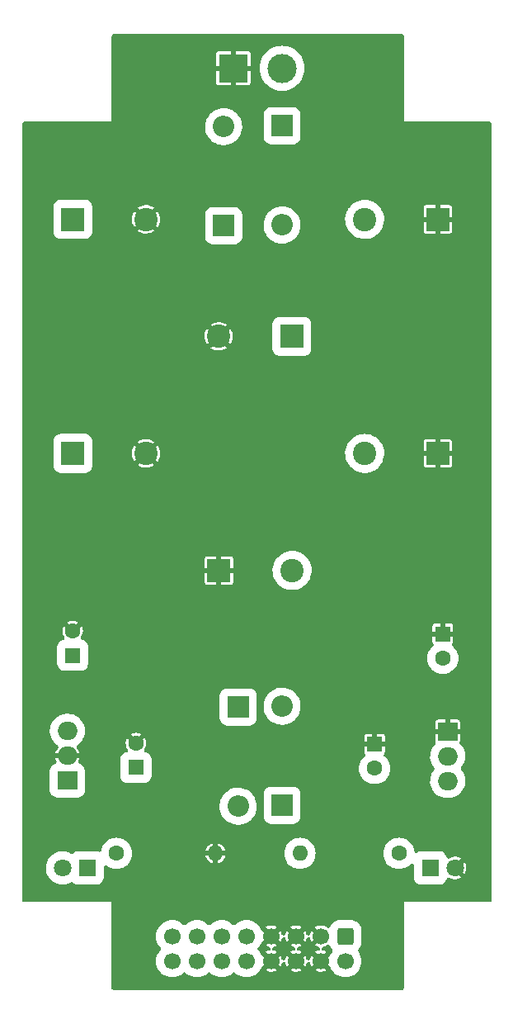
<source format=gbl>
%TF.GenerationSoftware,KiCad,Pcbnew,(6.0.2)*%
%TF.CreationDate,2022-03-19T09:04:52+01:00*%
%TF.ProjectId,PSU,5053552e-6b69-4636-9164-5f7063625858,rev?*%
%TF.SameCoordinates,Original*%
%TF.FileFunction,Copper,L2,Bot*%
%TF.FilePolarity,Positive*%
%FSLAX46Y46*%
G04 Gerber Fmt 4.6, Leading zero omitted, Abs format (unit mm)*
G04 Created by KiCad (PCBNEW (6.0.2)) date 2022-03-19 09:04:52*
%MOMM*%
%LPD*%
G01*
G04 APERTURE LIST*
G04 Aperture macros list*
%AMRoundRect*
0 Rectangle with rounded corners*
0 $1 Rounding radius*
0 $2 $3 $4 $5 $6 $7 $8 $9 X,Y pos of 4 corners*
0 Add a 4 corners polygon primitive as box body*
4,1,4,$2,$3,$4,$5,$6,$7,$8,$9,$2,$3,0*
0 Add four circle primitives for the rounded corners*
1,1,$1+$1,$2,$3*
1,1,$1+$1,$4,$5*
1,1,$1+$1,$6,$7*
1,1,$1+$1,$8,$9*
0 Add four rect primitives between the rounded corners*
20,1,$1+$1,$2,$3,$4,$5,0*
20,1,$1+$1,$4,$5,$6,$7,0*
20,1,$1+$1,$6,$7,$8,$9,0*
20,1,$1+$1,$8,$9,$2,$3,0*%
G04 Aperture macros list end*
%TA.AperFunction,ComponentPad*%
%ADD10R,1.600000X1.600000*%
%TD*%
%TA.AperFunction,ComponentPad*%
%ADD11C,1.600000*%
%TD*%
%TA.AperFunction,ComponentPad*%
%ADD12R,2.000000X1.905000*%
%TD*%
%TA.AperFunction,ComponentPad*%
%ADD13O,2.000000X1.905000*%
%TD*%
%TA.AperFunction,ComponentPad*%
%ADD14R,2.400000X2.400000*%
%TD*%
%TA.AperFunction,ComponentPad*%
%ADD15C,2.400000*%
%TD*%
%TA.AperFunction,ComponentPad*%
%ADD16RoundRect,0.250000X-0.600000X0.600000X-0.600000X-0.600000X0.600000X-0.600000X0.600000X0.600000X0*%
%TD*%
%TA.AperFunction,ComponentPad*%
%ADD17C,1.700000*%
%TD*%
%TA.AperFunction,ComponentPad*%
%ADD18R,1.800000X1.800000*%
%TD*%
%TA.AperFunction,ComponentPad*%
%ADD19C,1.800000*%
%TD*%
%TA.AperFunction,ComponentPad*%
%ADD20R,2.200000X2.200000*%
%TD*%
%TA.AperFunction,ComponentPad*%
%ADD21O,2.200000X2.200000*%
%TD*%
%TA.AperFunction,ComponentPad*%
%ADD22O,1.600000X1.600000*%
%TD*%
%TA.AperFunction,ComponentPad*%
%ADD23R,3.000000X3.000000*%
%TD*%
%TA.AperFunction,ComponentPad*%
%ADD24C,3.000000*%
%TD*%
%TA.AperFunction,Conductor*%
%ADD25C,2.000000*%
%TD*%
G04 APERTURE END LIST*
D10*
%TO.P,C10,1*%
%TO.N,GND*%
X97000000Y-123794888D03*
D11*
%TO.P,C10,2*%
%TO.N,-12V*%
X97000000Y-126294888D03*
%TD*%
D12*
%TO.P,U2,1,GND*%
%TO.N,GND*%
X104500000Y-122500000D03*
D13*
%TO.P,U2,2,IN*%
%TO.N,Net-(C6-Pad2)*%
X104500000Y-125040000D03*
%TO.P,U2,3,OUT*%
%TO.N,-12V*%
X104500000Y-127580000D03*
%TD*%
D14*
%TO.P,C3,1*%
%TO.N,Net-(C1-Pad1)*%
X66022220Y-94000000D03*
D15*
%TO.P,C3,2*%
%TO.N,GND*%
X73522220Y-94000000D03*
%TD*%
D16*
%TO.P,J1,1*%
%TO.N,-12V*%
X94000000Y-143500000D03*
D17*
%TO.P,J1,2*%
X94000000Y-146040000D03*
%TO.P,J1,3*%
%TO.N,GND*%
X91460000Y-143500000D03*
%TO.P,J1,4*%
X91460000Y-146040000D03*
%TO.P,J1,5*%
X88920000Y-143500000D03*
%TO.P,J1,6*%
X88920000Y-146040000D03*
%TO.P,J1,7*%
X86380000Y-143500000D03*
%TO.P,J1,8*%
X86380000Y-146040000D03*
%TO.P,J1,9*%
%TO.N,+12V*%
X83840000Y-143500000D03*
%TO.P,J1,10*%
X83840000Y-146040000D03*
%TO.P,J1,11*%
%TO.N,Net-(J1-Pad11)*%
X81300000Y-143500000D03*
%TO.P,J1,12*%
X81300000Y-146040000D03*
%TO.P,J1,13*%
%TO.N,Net-(J1-Pad13)*%
X78760000Y-143500000D03*
%TO.P,J1,14*%
X78760000Y-146040000D03*
%TO.P,J1,15*%
%TO.N,Net-(J1-Pad15)*%
X76220000Y-143500000D03*
%TO.P,J1,16*%
X76220000Y-146040000D03*
%TD*%
D18*
%TO.P,D4,1,K*%
%TO.N,Net-(D4-Pad1)*%
X102725000Y-136500000D03*
D19*
%TO.P,D4,2,A*%
%TO.N,GND*%
X105265000Y-136500000D03*
%TD*%
D20*
%TO.P,D6,1,K*%
%TO.N,-12V*%
X87500000Y-130080000D03*
D21*
%TO.P,D6,2,A*%
%TO.N,Net-(C6-Pad2)*%
X87500000Y-119920000D03*
%TD*%
D10*
%TO.P,C9,1*%
%TO.N,GND*%
X104000000Y-112500000D03*
D11*
%TO.P,C9,2*%
%TO.N,Net-(C6-Pad2)*%
X104000000Y-115000000D03*
%TD*%
D12*
%TO.P,U1,1,IN*%
%TO.N,Net-(C1-Pad1)*%
X65460000Y-127540000D03*
D13*
%TO.P,U1,2,GND*%
%TO.N,GND*%
X65460000Y-125000000D03*
%TO.P,U1,3,OUT*%
%TO.N,+12V*%
X65460000Y-122460000D03*
%TD*%
D11*
%TO.P,R2,1*%
%TO.N,Net-(D4-Pad1)*%
X99500000Y-135000000D03*
D22*
%TO.P,R2,2*%
%TO.N,-12V*%
X89340000Y-135000000D03*
%TD*%
D20*
%TO.P,D5,1,K*%
%TO.N,Net-(D2-Pad2)*%
X87500000Y-60420000D03*
D21*
%TO.P,D5,2,A*%
%TO.N,Net-(C6-Pad2)*%
X87500000Y-70580000D03*
%TD*%
D14*
%TO.P,C7,1*%
%TO.N,GND*%
X103477780Y-94000000D03*
D15*
%TO.P,C7,2*%
%TO.N,Net-(C6-Pad2)*%
X95977780Y-94000000D03*
%TD*%
D14*
%TO.P,C8,1*%
%TO.N,GND*%
X81022220Y-106000000D03*
D15*
%TO.P,C8,2*%
%TO.N,Net-(C6-Pad2)*%
X88522220Y-106000000D03*
%TD*%
D11*
%TO.P,R1,1*%
%TO.N,Net-(D3-Pad1)*%
X70500000Y-135000000D03*
D22*
%TO.P,R1,2*%
%TO.N,GND*%
X80660000Y-135000000D03*
%TD*%
D20*
%TO.P,D2,1,K*%
%TO.N,Net-(C1-Pad1)*%
X81500000Y-70660000D03*
D21*
%TO.P,D2,2,A*%
%TO.N,Net-(D2-Pad2)*%
X81500000Y-60500000D03*
%TD*%
D10*
%TO.P,C4,1*%
%TO.N,Net-(C1-Pad1)*%
X72500000Y-126205113D03*
D11*
%TO.P,C4,2*%
%TO.N,GND*%
X72500000Y-123705113D03*
%TD*%
D14*
%TO.P,C2,1*%
%TO.N,Net-(C1-Pad1)*%
X88500000Y-82000000D03*
D15*
%TO.P,C2,2*%
%TO.N,GND*%
X81000000Y-82000000D03*
%TD*%
D18*
%TO.P,D3,1,K*%
%TO.N,Net-(D3-Pad1)*%
X67500000Y-136500000D03*
D19*
%TO.P,D3,2,A*%
%TO.N,+12V*%
X64960000Y-136500000D03*
%TD*%
D14*
%TO.P,C1,1*%
%TO.N,Net-(C1-Pad1)*%
X66022220Y-70000000D03*
D15*
%TO.P,C1,2*%
%TO.N,GND*%
X73522220Y-70000000D03*
%TD*%
D10*
%TO.P,C5,1*%
%TO.N,+12V*%
X66000000Y-114705113D03*
D11*
%TO.P,C5,2*%
%TO.N,GND*%
X66000000Y-112205113D03*
%TD*%
D20*
%TO.P,D1,1,K*%
%TO.N,Net-(C1-Pad1)*%
X83000000Y-120000000D03*
D21*
%TO.P,D1,2,A*%
%TO.N,+12V*%
X83000000Y-130160000D03*
%TD*%
D14*
%TO.P,C6,1*%
%TO.N,GND*%
X103477780Y-70000000D03*
D15*
%TO.P,C6,2*%
%TO.N,Net-(C6-Pad2)*%
X95977780Y-70000000D03*
%TD*%
D23*
%TO.P,JP1,1*%
%TO.N,GND*%
X82500000Y-54500000D03*
D24*
%TO.P,JP1,2*%
%TO.N,Net-(D2-Pad2)*%
X87500000Y-54500000D03*
%TD*%
D25*
%TO.N,Net-(D2-Pad2)*%
X87420000Y-60500000D02*
X87500000Y-60420000D01*
%TD*%
%TA.AperFunction,Conductor*%
%TO.N,GND*%
G36*
X99887343Y-51019707D02*
G01*
X99956584Y-51074926D01*
X99995011Y-51154718D01*
X100000000Y-51199000D01*
X100000000Y-60000000D01*
X108801000Y-60000000D01*
X108887343Y-60019707D01*
X108956584Y-60074926D01*
X108995011Y-60154718D01*
X109000000Y-60199000D01*
X109000000Y-139801000D01*
X108980293Y-139887343D01*
X108925074Y-139956584D01*
X108845282Y-139995011D01*
X108801000Y-140000000D01*
X100000000Y-140000000D01*
X100000000Y-148801000D01*
X99980293Y-148887343D01*
X99925074Y-148956584D01*
X99845282Y-148995011D01*
X99801000Y-149000000D01*
X70199000Y-149000000D01*
X70112657Y-148980293D01*
X70043416Y-148925074D01*
X70004989Y-148845282D01*
X70000000Y-148801000D01*
X70000000Y-146040000D01*
X74564396Y-146040000D01*
X74584779Y-146298994D01*
X74645427Y-146551610D01*
X74744846Y-146791628D01*
X74748930Y-146798292D01*
X74876505Y-147006478D01*
X74876508Y-147006483D01*
X74880588Y-147013140D01*
X75049311Y-147210689D01*
X75246860Y-147379412D01*
X75253517Y-147383492D01*
X75253522Y-147383495D01*
X75384905Y-147464005D01*
X75468372Y-147515154D01*
X75708390Y-147614573D01*
X75961006Y-147675221D01*
X76220000Y-147695604D01*
X76227789Y-147694991D01*
X76471205Y-147675834D01*
X76478994Y-147675221D01*
X76731610Y-147614573D01*
X76971628Y-147515154D01*
X77055095Y-147464005D01*
X77186478Y-147383495D01*
X77186483Y-147383492D01*
X77193140Y-147379412D01*
X77360759Y-147236251D01*
X77439214Y-147195161D01*
X77527727Y-147192181D01*
X77608768Y-147227900D01*
X77619240Y-147236251D01*
X77786860Y-147379412D01*
X77793517Y-147383492D01*
X77793522Y-147383495D01*
X77924905Y-147464005D01*
X78008372Y-147515154D01*
X78248390Y-147614573D01*
X78501006Y-147675221D01*
X78760000Y-147695604D01*
X78767789Y-147694991D01*
X79011205Y-147675834D01*
X79018994Y-147675221D01*
X79271610Y-147614573D01*
X79511628Y-147515154D01*
X79595095Y-147464005D01*
X79726478Y-147383495D01*
X79726483Y-147383492D01*
X79733140Y-147379412D01*
X79900759Y-147236251D01*
X79979214Y-147195161D01*
X80067727Y-147192181D01*
X80148768Y-147227900D01*
X80159240Y-147236251D01*
X80326860Y-147379412D01*
X80333517Y-147383492D01*
X80333522Y-147383495D01*
X80464905Y-147464005D01*
X80548372Y-147515154D01*
X80788390Y-147614573D01*
X81041006Y-147675221D01*
X81300000Y-147695604D01*
X81307789Y-147694991D01*
X81551205Y-147675834D01*
X81558994Y-147675221D01*
X81811610Y-147614573D01*
X82051628Y-147515154D01*
X82135095Y-147464005D01*
X82266478Y-147383495D01*
X82266483Y-147383492D01*
X82273140Y-147379412D01*
X82440759Y-147236251D01*
X82519214Y-147195161D01*
X82607727Y-147192181D01*
X82688768Y-147227900D01*
X82699240Y-147236251D01*
X82866860Y-147379412D01*
X82873517Y-147383492D01*
X82873522Y-147383495D01*
X83004905Y-147464005D01*
X83088372Y-147515154D01*
X83328390Y-147614573D01*
X83581006Y-147675221D01*
X83840000Y-147695604D01*
X83847789Y-147694991D01*
X84091205Y-147675834D01*
X84098994Y-147675221D01*
X84351610Y-147614573D01*
X84591628Y-147515154D01*
X84675095Y-147464005D01*
X84806478Y-147383495D01*
X84806483Y-147383492D01*
X84813140Y-147379412D01*
X85010689Y-147210689D01*
X85179412Y-147013140D01*
X85183492Y-147006483D01*
X85183495Y-147006478D01*
X85201651Y-146976850D01*
X85808200Y-146976850D01*
X85819688Y-146988665D01*
X85845296Y-147005776D01*
X85861255Y-147014440D01*
X86030241Y-147087042D01*
X86047527Y-147092658D01*
X86226909Y-147133249D01*
X86244918Y-147135620D01*
X86428707Y-147142841D01*
X86446838Y-147141891D01*
X86628861Y-147115499D01*
X86646532Y-147111256D01*
X86820688Y-147052139D01*
X86837286Y-147044749D01*
X86938395Y-146988125D01*
X86950871Y-146976850D01*
X88348200Y-146976850D01*
X88359688Y-146988665D01*
X88385296Y-147005776D01*
X88401255Y-147014440D01*
X88570241Y-147087042D01*
X88587527Y-147092658D01*
X88766909Y-147133249D01*
X88784918Y-147135620D01*
X88968707Y-147142841D01*
X88986838Y-147141891D01*
X89168861Y-147115499D01*
X89186532Y-147111256D01*
X89360688Y-147052139D01*
X89377286Y-147044749D01*
X89478395Y-146988125D01*
X89490871Y-146976850D01*
X90888200Y-146976850D01*
X90899688Y-146988665D01*
X90925296Y-147005776D01*
X90941255Y-147014440D01*
X91110241Y-147087042D01*
X91127527Y-147092658D01*
X91306909Y-147133249D01*
X91324918Y-147135620D01*
X91508707Y-147142841D01*
X91526838Y-147141891D01*
X91708861Y-147115499D01*
X91726532Y-147111256D01*
X91900688Y-147052139D01*
X91917286Y-147044749D01*
X92018395Y-146988125D01*
X92031662Y-146976135D01*
X92024961Y-146964171D01*
X91475855Y-146415065D01*
X91459380Y-146404713D01*
X91451869Y-146407341D01*
X90898073Y-146961137D01*
X90888200Y-146976850D01*
X89490871Y-146976850D01*
X89491662Y-146976135D01*
X89484961Y-146964171D01*
X88935855Y-146415065D01*
X88919380Y-146404713D01*
X88911869Y-146407341D01*
X88358073Y-146961137D01*
X88348200Y-146976850D01*
X86950871Y-146976850D01*
X86951662Y-146976135D01*
X86944961Y-146964171D01*
X86395855Y-146415065D01*
X86379380Y-146404713D01*
X86371869Y-146407341D01*
X85818073Y-146961137D01*
X85808200Y-146976850D01*
X85201651Y-146976850D01*
X85311070Y-146798292D01*
X85315154Y-146791628D01*
X85345173Y-146719156D01*
X85396422Y-146646927D01*
X85418623Y-146629743D01*
X85455911Y-146604879D01*
X86004935Y-146055855D01*
X86014508Y-146040620D01*
X86744713Y-146040620D01*
X86747341Y-146048131D01*
X87301314Y-146602104D01*
X87316454Y-146611618D01*
X87326150Y-146601922D01*
X87384749Y-146497286D01*
X87392139Y-146480688D01*
X87451256Y-146306532D01*
X87457630Y-146279986D01*
X87460087Y-146280576D01*
X87486566Y-146211999D01*
X87551155Y-146151404D01*
X87635639Y-146124833D01*
X87723284Y-146137550D01*
X87796733Y-146187036D01*
X87841436Y-146263489D01*
X87844480Y-146274208D01*
X87876406Y-146399917D01*
X87882471Y-146417045D01*
X87959471Y-146584071D01*
X87968555Y-146599807D01*
X87969043Y-146600496D01*
X87983302Y-146613287D01*
X87995911Y-146604879D01*
X88544935Y-146055855D01*
X88554508Y-146040620D01*
X89284713Y-146040620D01*
X89287341Y-146048131D01*
X89841314Y-146602104D01*
X89856454Y-146611618D01*
X89866150Y-146601922D01*
X89924749Y-146497286D01*
X89932139Y-146480688D01*
X89991256Y-146306532D01*
X89997630Y-146279986D01*
X90000087Y-146280576D01*
X90026566Y-146211999D01*
X90091155Y-146151404D01*
X90175639Y-146124833D01*
X90263284Y-146137550D01*
X90336733Y-146187036D01*
X90381436Y-146263489D01*
X90384480Y-146274208D01*
X90416406Y-146399917D01*
X90422471Y-146417045D01*
X90499471Y-146584071D01*
X90508555Y-146599807D01*
X90509043Y-146600496D01*
X90523302Y-146613287D01*
X90535911Y-146604879D01*
X91084935Y-146055855D01*
X91095287Y-146039380D01*
X91092659Y-146031869D01*
X90537509Y-145476719D01*
X90522369Y-145467205D01*
X90513820Y-145475754D01*
X90443624Y-145609175D01*
X90436673Y-145625957D01*
X90379428Y-145810317D01*
X90376775Y-145809493D01*
X90346337Y-145875171D01*
X90277922Y-145931410D01*
X90191880Y-145952395D01*
X90105255Y-145933970D01*
X90035202Y-145879785D01*
X89997401Y-145807433D01*
X89953815Y-145652887D01*
X89947303Y-145635924D01*
X89866513Y-145472097D01*
X89858168Y-145464996D01*
X89857534Y-145465120D01*
X89846571Y-145472639D01*
X89295065Y-146024145D01*
X89284713Y-146040620D01*
X88554508Y-146040620D01*
X88555287Y-146039380D01*
X88552659Y-146031869D01*
X87997509Y-145476719D01*
X87982369Y-145467205D01*
X87973820Y-145475754D01*
X87903624Y-145609175D01*
X87896673Y-145625957D01*
X87839428Y-145810317D01*
X87836775Y-145809493D01*
X87806337Y-145875171D01*
X87737922Y-145931410D01*
X87651880Y-145952395D01*
X87565255Y-145933970D01*
X87495202Y-145879785D01*
X87457401Y-145807433D01*
X87413815Y-145652887D01*
X87407303Y-145635924D01*
X87326513Y-145472097D01*
X87318168Y-145464996D01*
X87317534Y-145465120D01*
X87306571Y-145472639D01*
X86755065Y-146024145D01*
X86744713Y-146040620D01*
X86014508Y-146040620D01*
X86015287Y-146039380D01*
X86012659Y-146031869D01*
X85457510Y-145476720D01*
X85424236Y-145455812D01*
X85361613Y-145393187D01*
X85346261Y-145363470D01*
X85318143Y-145295587D01*
X85318141Y-145295582D01*
X85315154Y-145288372D01*
X85311077Y-145281719D01*
X85311074Y-145281713D01*
X85183495Y-145073522D01*
X85183492Y-145073517D01*
X85179412Y-145066860D01*
X85036251Y-144899240D01*
X84995161Y-144820786D01*
X84992181Y-144732273D01*
X85027900Y-144651232D01*
X85036251Y-144640760D01*
X85174336Y-144479083D01*
X85179412Y-144473140D01*
X85183492Y-144466483D01*
X85183495Y-144466478D01*
X85201651Y-144436850D01*
X85808200Y-144436850D01*
X85819688Y-144448665D01*
X85845296Y-144465776D01*
X85861255Y-144474440D01*
X86030241Y-144547042D01*
X86047525Y-144552658D01*
X86147516Y-144575284D01*
X86227380Y-144613562D01*
X86282728Y-144682700D01*
X86302596Y-144769006D01*
X86283049Y-144855386D01*
X86227960Y-144924730D01*
X86148239Y-144963305D01*
X86137296Y-144965503D01*
X86103064Y-144971385D01*
X86085524Y-144976085D01*
X85912972Y-145039743D01*
X85896565Y-145047568D01*
X85821922Y-145091976D01*
X85809419Y-145103885D01*
X85819374Y-145120164D01*
X86364145Y-145664935D01*
X86380620Y-145675287D01*
X86388131Y-145672659D01*
X86941438Y-145119352D01*
X86950976Y-145104173D01*
X86938409Y-145091582D01*
X86889245Y-145060562D01*
X86873059Y-145052315D01*
X86702225Y-144984158D01*
X86684816Y-144979002D01*
X86623792Y-144966864D01*
X86542952Y-144930691D01*
X86485813Y-144863026D01*
X86463691Y-144777270D01*
X86480968Y-144690408D01*
X86534222Y-144619645D01*
X86612906Y-144578995D01*
X86621454Y-144577278D01*
X86646532Y-144571256D01*
X86820688Y-144512139D01*
X86837286Y-144504749D01*
X86938395Y-144448125D01*
X86950871Y-144436850D01*
X88348200Y-144436850D01*
X88359688Y-144448665D01*
X88385296Y-144465776D01*
X88401255Y-144474440D01*
X88570241Y-144547042D01*
X88587525Y-144552658D01*
X88687516Y-144575284D01*
X88767380Y-144613562D01*
X88822728Y-144682700D01*
X88842596Y-144769006D01*
X88823049Y-144855386D01*
X88767960Y-144924730D01*
X88688239Y-144963305D01*
X88677296Y-144965503D01*
X88643064Y-144971385D01*
X88625524Y-144976085D01*
X88452972Y-145039743D01*
X88436565Y-145047568D01*
X88361922Y-145091976D01*
X88349419Y-145103885D01*
X88359374Y-145120164D01*
X88904145Y-145664935D01*
X88920620Y-145675287D01*
X88928131Y-145672659D01*
X89481438Y-145119352D01*
X89490976Y-145104173D01*
X89478409Y-145091582D01*
X89429245Y-145060562D01*
X89413059Y-145052315D01*
X89242225Y-144984158D01*
X89224816Y-144979002D01*
X89163792Y-144966864D01*
X89082952Y-144930691D01*
X89025813Y-144863026D01*
X89003691Y-144777270D01*
X89020968Y-144690408D01*
X89074222Y-144619645D01*
X89152906Y-144578995D01*
X89161454Y-144577278D01*
X89186532Y-144571256D01*
X89360688Y-144512139D01*
X89377286Y-144504749D01*
X89478395Y-144448125D01*
X89490871Y-144436850D01*
X90888200Y-144436850D01*
X90899688Y-144448665D01*
X90925296Y-144465776D01*
X90941255Y-144474440D01*
X91110241Y-144547042D01*
X91127525Y-144552658D01*
X91227516Y-144575284D01*
X91307380Y-144613562D01*
X91362728Y-144682700D01*
X91382596Y-144769006D01*
X91363049Y-144855386D01*
X91307960Y-144924730D01*
X91228239Y-144963305D01*
X91217296Y-144965503D01*
X91183064Y-144971385D01*
X91165524Y-144976085D01*
X90992972Y-145039743D01*
X90976565Y-145047568D01*
X90901922Y-145091976D01*
X90889419Y-145103885D01*
X90899374Y-145120164D01*
X91444145Y-145664935D01*
X91460620Y-145675287D01*
X91468131Y-145672659D01*
X92021438Y-145119352D01*
X92030976Y-145104173D01*
X92018409Y-145091582D01*
X91969245Y-145060562D01*
X91953059Y-145052315D01*
X91782225Y-144984158D01*
X91764816Y-144979002D01*
X91703792Y-144966864D01*
X91622952Y-144930691D01*
X91565813Y-144863026D01*
X91543691Y-144777270D01*
X91560968Y-144690408D01*
X91614222Y-144619645D01*
X91692906Y-144578995D01*
X91701454Y-144577278D01*
X91726532Y-144571256D01*
X91900688Y-144512139D01*
X91917283Y-144504750D01*
X92077762Y-144414878D01*
X92092728Y-144404592D01*
X92105370Y-144394077D01*
X92184356Y-144354017D01*
X92272900Y-144352194D01*
X92353467Y-144388970D01*
X92410098Y-144457061D01*
X92416339Y-144470600D01*
X92458238Y-144571256D01*
X92469711Y-144598817D01*
X92475121Y-144606899D01*
X92475123Y-144606902D01*
X92504800Y-144651232D01*
X92584316Y-144770011D01*
X92633666Y-144819361D01*
X92680785Y-144894349D01*
X92690701Y-144982356D01*
X92661508Y-145065783D01*
X92660588Y-145066860D01*
X92658221Y-145070723D01*
X92658214Y-145070733D01*
X92628421Y-145119352D01*
X92524846Y-145288372D01*
X92521854Y-145295596D01*
X92521852Y-145295600D01*
X92495702Y-145358732D01*
X92444454Y-145430961D01*
X92424407Y-145446689D01*
X92386570Y-145472640D01*
X91835065Y-146024145D01*
X91824713Y-146040620D01*
X91827341Y-146048131D01*
X92381314Y-146602104D01*
X92415519Y-146623597D01*
X92478142Y-146686221D01*
X92493495Y-146715939D01*
X92524846Y-146791628D01*
X92528930Y-146798292D01*
X92656505Y-147006478D01*
X92656508Y-147006483D01*
X92660588Y-147013140D01*
X92829311Y-147210689D01*
X93026860Y-147379412D01*
X93033517Y-147383492D01*
X93033522Y-147383495D01*
X93164905Y-147464005D01*
X93248372Y-147515154D01*
X93488390Y-147614573D01*
X93741006Y-147675221D01*
X94000000Y-147695604D01*
X94007789Y-147694991D01*
X94251205Y-147675834D01*
X94258994Y-147675221D01*
X94511610Y-147614573D01*
X94751628Y-147515154D01*
X94835095Y-147464005D01*
X94966478Y-147383495D01*
X94966483Y-147383492D01*
X94973140Y-147379412D01*
X95170689Y-147210689D01*
X95339412Y-147013140D01*
X95343492Y-147006483D01*
X95343495Y-147006478D01*
X95471070Y-146798292D01*
X95475154Y-146791628D01*
X95574573Y-146551610D01*
X95635221Y-146298994D01*
X95655604Y-146040000D01*
X95635221Y-145781006D01*
X95574573Y-145528390D01*
X95475154Y-145288372D01*
X95339412Y-145066860D01*
X95341225Y-145065749D01*
X95311245Y-144995602D01*
X95315221Y-144907128D01*
X95357191Y-144829141D01*
X95366334Y-144819361D01*
X95415684Y-144770011D01*
X95495200Y-144651232D01*
X95524877Y-144606902D01*
X95524879Y-144606899D01*
X95530289Y-144598817D01*
X95609459Y-144408623D01*
X95613422Y-144388970D01*
X95648719Y-144213916D01*
X95648720Y-144213910D01*
X95650179Y-144206673D01*
X95650500Y-144200337D01*
X95650499Y-142799664D01*
X95650179Y-142793327D01*
X95620852Y-142647878D01*
X95611383Y-142600917D01*
X95611382Y-142600913D01*
X95609459Y-142591377D01*
X95530289Y-142401183D01*
X95486153Y-142335253D01*
X95421095Y-142238072D01*
X95415684Y-142229989D01*
X95270011Y-142084316D01*
X95187277Y-142028930D01*
X95106902Y-141975123D01*
X95106899Y-141975121D01*
X95098817Y-141969711D01*
X94908623Y-141890541D01*
X94899087Y-141888618D01*
X94899083Y-141888617D01*
X94713916Y-141851281D01*
X94713910Y-141851280D01*
X94706673Y-141849821D01*
X94700337Y-141849500D01*
X94000697Y-141849500D01*
X93299664Y-141849501D01*
X93293327Y-141849821D01*
X93232053Y-141862176D01*
X93100917Y-141888617D01*
X93100913Y-141888618D01*
X93091377Y-141890541D01*
X92901183Y-141969711D01*
X92893101Y-141975121D01*
X92893098Y-141975123D01*
X92812723Y-142028930D01*
X92729989Y-142084316D01*
X92584316Y-142229989D01*
X92578905Y-142238072D01*
X92513848Y-142335253D01*
X92469711Y-142401183D01*
X92465973Y-142410164D01*
X92465972Y-142410165D01*
X92416829Y-142528223D01*
X92365453Y-142600362D01*
X92287866Y-142643067D01*
X92199433Y-142647878D01*
X92126921Y-142620048D01*
X91969241Y-142520560D01*
X91953061Y-142512315D01*
X91782225Y-142444158D01*
X91764807Y-142438999D01*
X91584430Y-142403120D01*
X91566346Y-142401219D01*
X91382450Y-142398811D01*
X91364333Y-142400237D01*
X91183063Y-142431385D01*
X91165524Y-142436085D01*
X90992972Y-142499743D01*
X90976565Y-142507568D01*
X90901922Y-142551976D01*
X90889419Y-142563885D01*
X90899374Y-142580164D01*
X91678496Y-143359286D01*
X91725615Y-143434274D01*
X91735531Y-143522281D01*
X91706280Y-143605874D01*
X91678496Y-143640714D01*
X90898073Y-144421137D01*
X90888200Y-144436850D01*
X89490871Y-144436850D01*
X89491662Y-144436135D01*
X89484961Y-144424171D01*
X88935855Y-143875065D01*
X88919380Y-143864713D01*
X88911869Y-143867341D01*
X88358073Y-144421137D01*
X88348200Y-144436850D01*
X86950871Y-144436850D01*
X86951662Y-144436135D01*
X86944961Y-144424171D01*
X86395855Y-143875065D01*
X86379380Y-143864713D01*
X86371869Y-143867341D01*
X85818073Y-144421137D01*
X85808200Y-144436850D01*
X85201651Y-144436850D01*
X85311070Y-144258292D01*
X85315154Y-144251628D01*
X85345173Y-144179156D01*
X85396422Y-144106927D01*
X85418623Y-144089743D01*
X85455911Y-144064879D01*
X86004935Y-143515855D01*
X86014508Y-143500620D01*
X86744713Y-143500620D01*
X86747341Y-143508131D01*
X87301314Y-144062104D01*
X87316454Y-144071618D01*
X87326150Y-144061922D01*
X87384749Y-143957286D01*
X87392139Y-143940688D01*
X87451256Y-143766532D01*
X87457630Y-143739986D01*
X87460087Y-143740576D01*
X87486566Y-143671999D01*
X87551155Y-143611404D01*
X87635639Y-143584833D01*
X87723284Y-143597550D01*
X87796733Y-143647036D01*
X87841436Y-143723489D01*
X87844480Y-143734208D01*
X87876406Y-143859917D01*
X87882471Y-143877045D01*
X87959471Y-144044071D01*
X87968555Y-144059807D01*
X87969043Y-144060496D01*
X87983302Y-144073287D01*
X87995911Y-144064879D01*
X88544935Y-143515855D01*
X88554508Y-143500620D01*
X89284713Y-143500620D01*
X89287341Y-143508131D01*
X89841314Y-144062104D01*
X89856454Y-144071618D01*
X89866150Y-144061922D01*
X89924749Y-143957286D01*
X89932139Y-143940688D01*
X89991256Y-143766532D01*
X89997630Y-143739986D01*
X90000087Y-143740576D01*
X90026566Y-143671999D01*
X90091155Y-143611404D01*
X90175639Y-143584833D01*
X90263284Y-143597550D01*
X90336733Y-143647036D01*
X90381436Y-143723489D01*
X90384480Y-143734208D01*
X90416406Y-143859917D01*
X90422471Y-143877045D01*
X90499471Y-144044071D01*
X90508555Y-144059807D01*
X90509043Y-144060496D01*
X90523302Y-144073287D01*
X90535911Y-144064879D01*
X91084935Y-143515855D01*
X91095287Y-143499380D01*
X91092659Y-143491869D01*
X90537509Y-142936719D01*
X90522369Y-142927205D01*
X90513820Y-142935754D01*
X90443624Y-143069175D01*
X90436673Y-143085957D01*
X90379428Y-143270317D01*
X90376775Y-143269493D01*
X90346337Y-143335171D01*
X90277922Y-143391410D01*
X90191880Y-143412395D01*
X90105255Y-143393970D01*
X90035202Y-143339785D01*
X89997401Y-143267433D01*
X89953815Y-143112887D01*
X89947303Y-143095924D01*
X89866513Y-142932097D01*
X89858168Y-142924996D01*
X89857534Y-142925120D01*
X89846571Y-142932639D01*
X89295065Y-143484145D01*
X89284713Y-143500620D01*
X88554508Y-143500620D01*
X88555287Y-143499380D01*
X88552659Y-143491869D01*
X87997509Y-142936719D01*
X87982369Y-142927205D01*
X87973820Y-142935754D01*
X87903624Y-143069175D01*
X87896673Y-143085957D01*
X87839428Y-143270317D01*
X87836775Y-143269493D01*
X87806337Y-143335171D01*
X87737922Y-143391410D01*
X87651880Y-143412395D01*
X87565255Y-143393970D01*
X87495202Y-143339785D01*
X87457401Y-143267433D01*
X87413815Y-143112887D01*
X87407303Y-143095924D01*
X87326513Y-142932097D01*
X87318168Y-142924996D01*
X87317534Y-142925120D01*
X87306571Y-142932639D01*
X86755065Y-143484145D01*
X86744713Y-143500620D01*
X86014508Y-143500620D01*
X86015287Y-143499380D01*
X86012659Y-143491869D01*
X85457510Y-142936720D01*
X85424236Y-142915812D01*
X85361613Y-142853187D01*
X85346261Y-142823470D01*
X85318143Y-142755587D01*
X85318141Y-142755582D01*
X85315154Y-142748372D01*
X85311077Y-142741719D01*
X85311074Y-142741713D01*
X85202101Y-142563885D01*
X85809419Y-142563885D01*
X85819374Y-142580164D01*
X86364145Y-143124935D01*
X86380620Y-143135287D01*
X86388131Y-143132659D01*
X86941438Y-142579352D01*
X86950976Y-142564173D01*
X86950689Y-142563885D01*
X88349419Y-142563885D01*
X88359374Y-142580164D01*
X88904145Y-143124935D01*
X88920620Y-143135287D01*
X88928131Y-143132659D01*
X89481438Y-142579352D01*
X89490976Y-142564173D01*
X89478409Y-142551582D01*
X89429245Y-142520562D01*
X89413059Y-142512315D01*
X89242225Y-142444158D01*
X89224807Y-142438999D01*
X89044430Y-142403120D01*
X89026346Y-142401219D01*
X88842450Y-142398811D01*
X88824333Y-142400237D01*
X88643063Y-142431385D01*
X88625524Y-142436085D01*
X88452972Y-142499743D01*
X88436565Y-142507568D01*
X88361922Y-142551976D01*
X88349419Y-142563885D01*
X86950689Y-142563885D01*
X86938409Y-142551582D01*
X86889245Y-142520562D01*
X86873059Y-142512315D01*
X86702225Y-142444158D01*
X86684807Y-142438999D01*
X86504430Y-142403120D01*
X86486346Y-142401219D01*
X86302450Y-142398811D01*
X86284333Y-142400237D01*
X86103063Y-142431385D01*
X86085524Y-142436085D01*
X85912972Y-142499743D01*
X85896565Y-142507568D01*
X85821922Y-142551976D01*
X85809419Y-142563885D01*
X85202101Y-142563885D01*
X85183495Y-142533522D01*
X85183492Y-142533517D01*
X85179412Y-142526860D01*
X85010689Y-142329311D01*
X84813140Y-142160588D01*
X84806483Y-142156508D01*
X84806478Y-142156505D01*
X84659388Y-142066369D01*
X84591628Y-142024846D01*
X84351610Y-141925427D01*
X84098994Y-141864779D01*
X83840000Y-141844396D01*
X83581006Y-141864779D01*
X83328390Y-141925427D01*
X83088372Y-142024846D01*
X83020612Y-142066369D01*
X82873522Y-142156505D01*
X82873517Y-142156508D01*
X82866860Y-142160588D01*
X82860917Y-142165664D01*
X82699240Y-142303749D01*
X82620786Y-142344839D01*
X82532273Y-142347819D01*
X82451232Y-142312100D01*
X82440760Y-142303749D01*
X82279083Y-142165664D01*
X82273140Y-142160588D01*
X82266483Y-142156508D01*
X82266478Y-142156505D01*
X82119388Y-142066369D01*
X82051628Y-142024846D01*
X81811610Y-141925427D01*
X81558994Y-141864779D01*
X81300000Y-141844396D01*
X81041006Y-141864779D01*
X80788390Y-141925427D01*
X80548372Y-142024846D01*
X80480612Y-142066369D01*
X80333522Y-142156505D01*
X80333517Y-142156508D01*
X80326860Y-142160588D01*
X80320917Y-142165664D01*
X80159240Y-142303749D01*
X80080786Y-142344839D01*
X79992273Y-142347819D01*
X79911232Y-142312100D01*
X79900760Y-142303749D01*
X79739083Y-142165664D01*
X79733140Y-142160588D01*
X79726483Y-142156508D01*
X79726478Y-142156505D01*
X79579388Y-142066369D01*
X79511628Y-142024846D01*
X79271610Y-141925427D01*
X79018994Y-141864779D01*
X78760000Y-141844396D01*
X78501006Y-141864779D01*
X78248390Y-141925427D01*
X78008372Y-142024846D01*
X77940612Y-142066369D01*
X77793522Y-142156505D01*
X77793517Y-142156508D01*
X77786860Y-142160588D01*
X77780917Y-142165664D01*
X77619240Y-142303749D01*
X77540786Y-142344839D01*
X77452273Y-142347819D01*
X77371232Y-142312100D01*
X77360760Y-142303749D01*
X77199083Y-142165664D01*
X77193140Y-142160588D01*
X77186483Y-142156508D01*
X77186478Y-142156505D01*
X77039388Y-142066369D01*
X76971628Y-142024846D01*
X76731610Y-141925427D01*
X76478994Y-141864779D01*
X76220000Y-141844396D01*
X75961006Y-141864779D01*
X75708390Y-141925427D01*
X75468372Y-142024846D01*
X75400612Y-142066369D01*
X75253522Y-142156505D01*
X75253517Y-142156508D01*
X75246860Y-142160588D01*
X75049311Y-142329311D01*
X74880588Y-142526860D01*
X74876508Y-142533517D01*
X74876505Y-142533522D01*
X74809377Y-142643067D01*
X74744846Y-142748372D01*
X74645427Y-142988390D01*
X74584779Y-143241006D01*
X74564396Y-143500000D01*
X74584779Y-143758994D01*
X74645427Y-144011610D01*
X74744846Y-144251628D01*
X74748930Y-144258292D01*
X74876505Y-144466478D01*
X74876508Y-144466483D01*
X74880588Y-144473140D01*
X74885664Y-144479083D01*
X75023749Y-144640760D01*
X75064839Y-144719214D01*
X75067819Y-144807727D01*
X75032100Y-144888768D01*
X75023749Y-144899240D01*
X74880588Y-145066860D01*
X74876508Y-145073517D01*
X74876505Y-145073522D01*
X74848421Y-145119352D01*
X74744846Y-145288372D01*
X74645427Y-145528390D01*
X74584779Y-145781006D01*
X74564396Y-146040000D01*
X70000000Y-146040000D01*
X70000000Y-140000000D01*
X60999000Y-140000000D01*
X60912657Y-139980293D01*
X60843416Y-139925074D01*
X60804989Y-139845282D01*
X60800000Y-139801000D01*
X60800000Y-136455361D01*
X63255316Y-136455361D01*
X63255670Y-136462732D01*
X63255670Y-136462736D01*
X63266212Y-136682188D01*
X63267443Y-136707820D01*
X63316752Y-136955713D01*
X63402160Y-137193595D01*
X63521792Y-137416240D01*
X63526210Y-137422156D01*
X63526211Y-137422158D01*
X63573129Y-137484988D01*
X63673018Y-137618756D01*
X63852517Y-137796696D01*
X64056346Y-137946149D01*
X64062885Y-137949589D01*
X64062886Y-137949590D01*
X64273489Y-138060394D01*
X64273492Y-138060395D01*
X64280026Y-138063833D01*
X64286991Y-138066265D01*
X64286995Y-138066267D01*
X64331086Y-138081664D01*
X64518644Y-138147162D01*
X64525891Y-138148538D01*
X64525895Y-138148539D01*
X64678533Y-138177518D01*
X64766958Y-138194306D01*
X64774331Y-138194596D01*
X64774334Y-138194596D01*
X64974445Y-138202458D01*
X65019513Y-138204229D01*
X65179838Y-138186671D01*
X65263412Y-138177518D01*
X65263415Y-138177517D01*
X65270760Y-138176713D01*
X65353290Y-138154985D01*
X65508038Y-138114244D01*
X65508043Y-138114242D01*
X65515181Y-138112363D01*
X65747405Y-138012591D01*
X65817876Y-137968983D01*
X65901664Y-137940307D01*
X65989601Y-137950826D01*
X66046741Y-137982682D01*
X66162038Y-138074723D01*
X66162043Y-138074726D01*
X66170734Y-138081664D01*
X66332423Y-138159827D01*
X66343260Y-138162329D01*
X66343263Y-138162330D01*
X66499194Y-138198329D01*
X66507411Y-138200226D01*
X66512163Y-138200500D01*
X66515012Y-138200500D01*
X67501736Y-138200499D01*
X68487836Y-138200499D01*
X68492589Y-138200226D01*
X68590949Y-138177518D01*
X68656737Y-138162330D01*
X68656740Y-138162329D01*
X68667577Y-138159827D01*
X68829266Y-138081664D01*
X68969620Y-137969620D01*
X69081664Y-137829266D01*
X69159827Y-137667577D01*
X69165494Y-137643033D01*
X69198332Y-137500793D01*
X69200226Y-137492589D01*
X69200500Y-137487837D01*
X69200499Y-136426582D01*
X69220206Y-136340240D01*
X69275424Y-136270999D01*
X69355217Y-136232572D01*
X69443780Y-136232572D01*
X69528739Y-136275261D01*
X69556341Y-136298836D01*
X69771141Y-136430466D01*
X69849048Y-136462736D01*
X69996662Y-136523880D01*
X69996668Y-136523882D01*
X70003889Y-136526873D01*
X70011488Y-136528697D01*
X70011493Y-136528699D01*
X70241250Y-136583858D01*
X70248852Y-136585683D01*
X70500000Y-136605449D01*
X70751148Y-136585683D01*
X70758750Y-136583858D01*
X70988507Y-136528699D01*
X70988512Y-136528697D01*
X70996111Y-136526873D01*
X71003332Y-136523882D01*
X71003338Y-136523880D01*
X71150952Y-136462736D01*
X71228859Y-136430466D01*
X71443659Y-136298836D01*
X71546247Y-136211218D01*
X71629282Y-136140299D01*
X71635224Y-136135224D01*
X71640299Y-136129282D01*
X71793758Y-135949605D01*
X71793760Y-135949602D01*
X71798836Y-135943659D01*
X71930466Y-135728859D01*
X71983957Y-135599721D01*
X72023880Y-135503338D01*
X72023882Y-135503332D01*
X72026873Y-135496111D01*
X72031745Y-135475821D01*
X72080821Y-135271399D01*
X79645460Y-135271399D01*
X79676328Y-135379048D01*
X79683457Y-135397053D01*
X79768685Y-135562890D01*
X79779181Y-135579176D01*
X79894989Y-135725290D01*
X79908452Y-135739231D01*
X80050439Y-135860071D01*
X80066349Y-135871129D01*
X80229103Y-135962089D01*
X80246850Y-135969843D01*
X80384678Y-136014625D01*
X80402484Y-136016227D01*
X80406000Y-136005406D01*
X80406000Y-135996865D01*
X80914000Y-135996865D01*
X80917979Y-136014299D01*
X80931868Y-136014299D01*
X81032173Y-135986293D01*
X81050224Y-135979292D01*
X81216655Y-135895221D01*
X81233011Y-135884842D01*
X81379939Y-135770049D01*
X81393960Y-135756696D01*
X81515795Y-135615550D01*
X81526961Y-135599721D01*
X81619059Y-135437599D01*
X81626935Y-135419908D01*
X81675049Y-135275274D01*
X81676776Y-135257478D01*
X81666320Y-135254000D01*
X80936423Y-135254000D01*
X80917453Y-135258330D01*
X80914000Y-135265500D01*
X80914000Y-135996865D01*
X80406000Y-135996865D01*
X80406000Y-135276423D01*
X80401670Y-135257453D01*
X80394500Y-135254000D01*
X79662894Y-135254000D01*
X79645460Y-135257979D01*
X79645460Y-135271399D01*
X72080821Y-135271399D01*
X72083858Y-135258750D01*
X72083858Y-135258749D01*
X72085683Y-135251148D01*
X72105449Y-135000000D01*
X87734551Y-135000000D01*
X87754317Y-135251148D01*
X87756142Y-135258749D01*
X87756142Y-135258750D01*
X87808256Y-135475821D01*
X87813127Y-135496111D01*
X87816118Y-135503332D01*
X87816120Y-135503338D01*
X87856043Y-135599721D01*
X87909534Y-135728859D01*
X88041164Y-135943659D01*
X88046240Y-135949602D01*
X88046242Y-135949605D01*
X88199701Y-136129282D01*
X88204776Y-136135224D01*
X88210718Y-136140299D01*
X88293754Y-136211218D01*
X88396341Y-136298836D01*
X88611141Y-136430466D01*
X88689048Y-136462736D01*
X88836662Y-136523880D01*
X88836668Y-136523882D01*
X88843889Y-136526873D01*
X88851488Y-136528697D01*
X88851493Y-136528699D01*
X89081250Y-136583858D01*
X89088852Y-136585683D01*
X89340000Y-136605449D01*
X89591148Y-136585683D01*
X89598750Y-136583858D01*
X89828507Y-136528699D01*
X89828512Y-136528697D01*
X89836111Y-136526873D01*
X89843332Y-136523882D01*
X89843338Y-136523880D01*
X89990952Y-136462736D01*
X90068859Y-136430466D01*
X90283659Y-136298836D01*
X90386247Y-136211218D01*
X90469282Y-136140299D01*
X90475224Y-136135224D01*
X90480299Y-136129282D01*
X90633758Y-135949605D01*
X90633760Y-135949602D01*
X90638836Y-135943659D01*
X90770466Y-135728859D01*
X90823957Y-135599721D01*
X90863880Y-135503338D01*
X90863882Y-135503332D01*
X90866873Y-135496111D01*
X90871745Y-135475821D01*
X90923858Y-135258750D01*
X90923858Y-135258749D01*
X90925683Y-135251148D01*
X90945449Y-135000000D01*
X97894551Y-135000000D01*
X97914317Y-135251148D01*
X97916142Y-135258749D01*
X97916142Y-135258750D01*
X97968256Y-135475821D01*
X97973127Y-135496111D01*
X97976118Y-135503332D01*
X97976120Y-135503338D01*
X98016043Y-135599721D01*
X98069534Y-135728859D01*
X98201164Y-135943659D01*
X98206240Y-135949602D01*
X98206242Y-135949605D01*
X98359701Y-136129282D01*
X98364776Y-136135224D01*
X98370718Y-136140299D01*
X98453754Y-136211218D01*
X98556341Y-136298836D01*
X98771141Y-136430466D01*
X98849048Y-136462736D01*
X98996662Y-136523880D01*
X98996668Y-136523882D01*
X99003889Y-136526873D01*
X99011488Y-136528697D01*
X99011493Y-136528699D01*
X99241250Y-136583858D01*
X99248852Y-136585683D01*
X99500000Y-136605449D01*
X99751148Y-136585683D01*
X99758750Y-136583858D01*
X99988507Y-136528699D01*
X99988512Y-136528697D01*
X99996111Y-136526873D01*
X100003332Y-136523882D01*
X100003338Y-136523880D01*
X100150952Y-136462736D01*
X100228859Y-136430466D01*
X100443659Y-136298836D01*
X100546247Y-136211218D01*
X100629282Y-136140299D01*
X100635224Y-136135224D01*
X100674180Y-136089613D01*
X100745239Y-136036756D01*
X100832196Y-136019966D01*
X100917827Y-136042567D01*
X100985171Y-136100084D01*
X101020891Y-136181124D01*
X101024500Y-136218853D01*
X101024501Y-136948463D01*
X101024501Y-137487836D01*
X101024774Y-137492589D01*
X101037100Y-137545977D01*
X101059507Y-137643033D01*
X101065173Y-137667577D01*
X101143336Y-137829266D01*
X101255380Y-137969620D01*
X101395734Y-138081664D01*
X101557423Y-138159827D01*
X101568260Y-138162329D01*
X101568263Y-138162330D01*
X101724194Y-138198329D01*
X101732411Y-138200226D01*
X101737163Y-138200500D01*
X101740012Y-138200500D01*
X102726736Y-138200499D01*
X103712836Y-138200499D01*
X103717589Y-138200226D01*
X103815949Y-138177518D01*
X103881737Y-138162330D01*
X103881740Y-138162329D01*
X103892577Y-138159827D01*
X104054266Y-138081664D01*
X104194620Y-137969620D01*
X104306664Y-137829266D01*
X104384827Y-137667577D01*
X104390494Y-137643033D01*
X104394501Y-137625674D01*
X104433126Y-137545977D01*
X104502505Y-137490932D01*
X104588897Y-137471440D01*
X104675190Y-137491362D01*
X104698957Y-137504975D01*
X104706327Y-137509899D01*
X104722297Y-137518571D01*
X104899725Y-137594799D01*
X104917011Y-137600416D01*
X105105354Y-137643033D01*
X105123364Y-137645404D01*
X105316335Y-137652986D01*
X105334466Y-137652036D01*
X105525583Y-137624325D01*
X105543254Y-137620082D01*
X105726112Y-137558011D01*
X105742710Y-137550621D01*
X105860132Y-137484862D01*
X105873398Y-137472872D01*
X105866697Y-137460907D01*
X105046504Y-136640714D01*
X104999385Y-136565726D01*
X104992049Y-136500620D01*
X105629713Y-136500620D01*
X105632341Y-136508131D01*
X106223051Y-137098841D01*
X106238191Y-137108355D01*
X106247887Y-137098659D01*
X106315621Y-136977710D01*
X106323011Y-136961112D01*
X106385082Y-136778254D01*
X106389325Y-136760583D01*
X106417504Y-136566238D01*
X106418497Y-136554590D01*
X106419774Y-136505853D01*
X106419391Y-136494166D01*
X106401424Y-136298625D01*
X106398109Y-136280740D01*
X106345695Y-136094898D01*
X106339181Y-136077926D01*
X106253772Y-135904735D01*
X106250177Y-135898868D01*
X106238895Y-135889269D01*
X106238257Y-135889393D01*
X106227304Y-135896906D01*
X105640065Y-136484145D01*
X105629713Y-136500620D01*
X104992049Y-136500620D01*
X104989469Y-136477719D01*
X105018720Y-136394126D01*
X105046504Y-136359286D01*
X105862689Y-135543101D01*
X105872227Y-135527921D01*
X105859661Y-135515332D01*
X105797042Y-135475821D01*
X105780853Y-135467573D01*
X105601488Y-135396013D01*
X105584071Y-135390854D01*
X105394677Y-135353181D01*
X105376596Y-135351281D01*
X105183509Y-135348752D01*
X105165394Y-135350178D01*
X104975067Y-135382882D01*
X104957528Y-135387582D01*
X104776354Y-135454421D01*
X104759951Y-135462245D01*
X104690794Y-135503388D01*
X104606514Y-135530597D01*
X104518775Y-135518544D01*
X104444954Y-135469616D01*
X104399673Y-135393504D01*
X104395148Y-135377129D01*
X104387330Y-135343265D01*
X104384827Y-135332423D01*
X104306664Y-135170734D01*
X104194620Y-135030380D01*
X104054266Y-134918336D01*
X103892577Y-134840173D01*
X103881740Y-134837671D01*
X103881737Y-134837670D01*
X103725793Y-134801668D01*
X103717589Y-134799774D01*
X103712837Y-134799500D01*
X103709988Y-134799500D01*
X102723264Y-134799501D01*
X101737164Y-134799501D01*
X101732411Y-134799774D01*
X101720998Y-134802409D01*
X101568263Y-134837670D01*
X101568260Y-134837671D01*
X101557423Y-134840173D01*
X101547406Y-134845015D01*
X101547407Y-134845015D01*
X101405749Y-134913494D01*
X101405745Y-134913497D01*
X101395734Y-134918336D01*
X101389970Y-134922937D01*
X101308179Y-134951650D01*
X101220163Y-134941823D01*
X101145126Y-134894781D01*
X101097932Y-134819840D01*
X101087311Y-134769537D01*
X101086296Y-134756645D01*
X101086296Y-134756644D01*
X101085683Y-134748852D01*
X101073920Y-134699855D01*
X101028699Y-134511493D01*
X101028697Y-134511488D01*
X101026873Y-134503889D01*
X101023882Y-134496668D01*
X101023880Y-134496662D01*
X100978670Y-134387515D01*
X100930466Y-134271141D01*
X100798836Y-134056341D01*
X100778039Y-134031990D01*
X100640299Y-133870718D01*
X100635224Y-133864776D01*
X100443659Y-133701164D01*
X100228859Y-133569534D01*
X100112485Y-133521331D01*
X100003338Y-133476120D01*
X100003332Y-133476118D01*
X99996111Y-133473127D01*
X99988512Y-133471303D01*
X99988507Y-133471301D01*
X99758750Y-133416142D01*
X99758749Y-133416142D01*
X99751148Y-133414317D01*
X99500000Y-133394551D01*
X99248852Y-133414317D01*
X99241251Y-133416142D01*
X99241250Y-133416142D01*
X99011493Y-133471301D01*
X99011488Y-133471303D01*
X99003889Y-133473127D01*
X98996668Y-133476118D01*
X98996662Y-133476120D01*
X98887515Y-133521331D01*
X98771141Y-133569534D01*
X98556341Y-133701164D01*
X98364776Y-133864776D01*
X98359701Y-133870718D01*
X98221962Y-134031990D01*
X98201164Y-134056341D01*
X98069534Y-134271141D01*
X98021330Y-134387515D01*
X97976120Y-134496662D01*
X97976118Y-134496668D01*
X97973127Y-134503889D01*
X97971303Y-134511488D01*
X97971301Y-134511493D01*
X97926080Y-134699855D01*
X97914317Y-134748852D01*
X97894551Y-135000000D01*
X90945449Y-135000000D01*
X90925683Y-134748852D01*
X90913920Y-134699855D01*
X90868699Y-134511493D01*
X90868697Y-134511488D01*
X90866873Y-134503889D01*
X90863882Y-134496668D01*
X90863880Y-134496662D01*
X90818670Y-134387515D01*
X90770466Y-134271141D01*
X90638836Y-134056341D01*
X90618039Y-134031990D01*
X90480299Y-133870718D01*
X90475224Y-133864776D01*
X90283659Y-133701164D01*
X90068859Y-133569534D01*
X89952485Y-133521331D01*
X89843338Y-133476120D01*
X89843332Y-133476118D01*
X89836111Y-133473127D01*
X89828512Y-133471303D01*
X89828507Y-133471301D01*
X89598750Y-133416142D01*
X89598749Y-133416142D01*
X89591148Y-133414317D01*
X89340000Y-133394551D01*
X89088852Y-133414317D01*
X89081251Y-133416142D01*
X89081250Y-133416142D01*
X88851493Y-133471301D01*
X88851488Y-133471303D01*
X88843889Y-133473127D01*
X88836668Y-133476118D01*
X88836662Y-133476120D01*
X88727515Y-133521331D01*
X88611141Y-133569534D01*
X88396341Y-133701164D01*
X88204776Y-133864776D01*
X88199701Y-133870718D01*
X88061962Y-134031990D01*
X88041164Y-134056341D01*
X87909534Y-134271141D01*
X87861330Y-134387515D01*
X87816120Y-134496662D01*
X87816118Y-134496668D01*
X87813127Y-134503889D01*
X87811303Y-134511488D01*
X87811301Y-134511493D01*
X87766080Y-134699855D01*
X87754317Y-134748852D01*
X87734551Y-135000000D01*
X72105449Y-135000000D01*
X72085683Y-134748852D01*
X72084146Y-134742448D01*
X79644264Y-134742448D01*
X79655461Y-134746000D01*
X80383577Y-134746000D01*
X80402547Y-134741670D01*
X80406000Y-134734500D01*
X80406000Y-134723577D01*
X80914000Y-134723577D01*
X80918330Y-134742547D01*
X80925500Y-134746000D01*
X81657750Y-134746000D01*
X81675184Y-134742021D01*
X81675184Y-134729476D01*
X81638283Y-134607253D01*
X81630902Y-134589348D01*
X81543371Y-134424726D01*
X81532645Y-134408582D01*
X81414807Y-134264097D01*
X81401153Y-134250348D01*
X81257495Y-134131503D01*
X81241431Y-134120668D01*
X81077423Y-134031990D01*
X81059560Y-134024481D01*
X80935422Y-133986054D01*
X80917589Y-133984700D01*
X80914000Y-133996293D01*
X80914000Y-134723577D01*
X80406000Y-134723577D01*
X80406000Y-134002600D01*
X80402021Y-133985166D01*
X80389049Y-133985166D01*
X80274097Y-134018998D01*
X80256135Y-134026255D01*
X80090897Y-134112639D01*
X80074691Y-134123244D01*
X79929385Y-134240074D01*
X79915544Y-134253628D01*
X79795690Y-134396464D01*
X79784752Y-134412438D01*
X79694925Y-134575832D01*
X79687296Y-134593633D01*
X79645742Y-134724626D01*
X79644264Y-134742448D01*
X72084146Y-134742448D01*
X72073920Y-134699855D01*
X72028699Y-134511493D01*
X72028697Y-134511488D01*
X72026873Y-134503889D01*
X72023882Y-134496668D01*
X72023880Y-134496662D01*
X71978670Y-134387515D01*
X71930466Y-134271141D01*
X71798836Y-134056341D01*
X71778039Y-134031990D01*
X71640299Y-133870718D01*
X71635224Y-133864776D01*
X71443659Y-133701164D01*
X71228859Y-133569534D01*
X71112485Y-133521331D01*
X71003338Y-133476120D01*
X71003332Y-133476118D01*
X70996111Y-133473127D01*
X70988512Y-133471303D01*
X70988507Y-133471301D01*
X70758750Y-133416142D01*
X70758749Y-133416142D01*
X70751148Y-133414317D01*
X70500000Y-133394551D01*
X70248852Y-133414317D01*
X70241251Y-133416142D01*
X70241250Y-133416142D01*
X70011493Y-133471301D01*
X70011488Y-133471303D01*
X70003889Y-133473127D01*
X69996668Y-133476118D01*
X69996662Y-133476120D01*
X69887515Y-133521331D01*
X69771141Y-133569534D01*
X69556341Y-133701164D01*
X69364776Y-133864776D01*
X69359701Y-133870718D01*
X69221962Y-134031990D01*
X69201164Y-134056341D01*
X69069534Y-134271141D01*
X69021330Y-134387515D01*
X68976120Y-134496662D01*
X68976118Y-134496668D01*
X68973127Y-134503889D01*
X68955855Y-134575832D01*
X68926080Y-134699855D01*
X68886761Y-134779211D01*
X68816904Y-134833649D01*
X68730345Y-134852386D01*
X68671235Y-134841941D01*
X68667577Y-134840173D01*
X68656736Y-134837670D01*
X68500793Y-134801668D01*
X68492589Y-134799774D01*
X68487837Y-134799500D01*
X68484988Y-134799500D01*
X67498264Y-134799501D01*
X66512164Y-134799501D01*
X66507411Y-134799774D01*
X66495998Y-134802409D01*
X66343263Y-134837670D01*
X66343260Y-134837671D01*
X66332423Y-134840173D01*
X66170734Y-134918336D01*
X66162044Y-134925273D01*
X66162038Y-134925277D01*
X66049791Y-135014883D01*
X65970018Y-135053349D01*
X65881454Y-135053394D01*
X65827082Y-135031796D01*
X65825489Y-135030691D01*
X65706879Y-134972199D01*
X65605420Y-134922165D01*
X65605418Y-134922164D01*
X65598805Y-134918903D01*
X65358087Y-134841849D01*
X65350806Y-134840663D01*
X65350801Y-134840662D01*
X65115920Y-134802409D01*
X65115917Y-134802409D01*
X65108624Y-134801221D01*
X65101239Y-134801124D01*
X65101235Y-134801124D01*
X64984938Y-134799602D01*
X64855896Y-134797913D01*
X64694777Y-134819840D01*
X64612773Y-134831000D01*
X64612772Y-134831000D01*
X64605455Y-134831996D01*
X64585985Y-134837671D01*
X64369883Y-134900659D01*
X64369879Y-134900661D01*
X64362803Y-134902723D01*
X64356113Y-134905807D01*
X64356108Y-134905809D01*
X64139976Y-135005447D01*
X64139971Y-135005450D01*
X64133270Y-135008539D01*
X64127097Y-135012586D01*
X64127092Y-135012589D01*
X64086701Y-135039071D01*
X63921899Y-135147120D01*
X63733333Y-135315421D01*
X63571715Y-135509746D01*
X63567887Y-135516055D01*
X63567883Y-135516060D01*
X63469097Y-135678856D01*
X63440595Y-135725825D01*
X63342854Y-135958911D01*
X63280639Y-136203883D01*
X63279901Y-136211213D01*
X63279900Y-136211218D01*
X63270666Y-136302923D01*
X63255316Y-136455361D01*
X60800000Y-136455361D01*
X60800000Y-130100151D01*
X81095585Y-130100151D01*
X81106152Y-130369083D01*
X81107415Y-130376000D01*
X81107416Y-130376007D01*
X81153239Y-130626914D01*
X81153241Y-130626922D01*
X81154505Y-130633843D01*
X81239682Y-130889148D01*
X81242828Y-130895444D01*
X81356836Y-131123612D01*
X81356840Y-131123618D01*
X81359981Y-131129905D01*
X81513003Y-131351309D01*
X81695695Y-131548944D01*
X81904411Y-131718866D01*
X81910435Y-131722492D01*
X81910441Y-131722497D01*
X82115079Y-131845699D01*
X82134987Y-131857684D01*
X82141472Y-131860430D01*
X82376331Y-131959880D01*
X82376338Y-131959882D01*
X82382822Y-131962628D01*
X82450226Y-131980500D01*
X82636171Y-132029803D01*
X82636175Y-132029804D01*
X82642972Y-132031606D01*
X82834295Y-132054251D01*
X82903265Y-132062414D01*
X82903267Y-132062414D01*
X82910245Y-132063240D01*
X83044778Y-132060069D01*
X83172282Y-132057065D01*
X83172287Y-132057065D01*
X83179310Y-132056899D01*
X83326307Y-132032432D01*
X83437846Y-132013867D01*
X83437849Y-132013866D01*
X83444796Y-132012710D01*
X83451509Y-132010587D01*
X83451513Y-132010586D01*
X83694695Y-131933677D01*
X83694694Y-131933677D01*
X83701408Y-131931554D01*
X83740538Y-131912764D01*
X83937685Y-131818096D01*
X83937691Y-131818092D01*
X83944025Y-131815051D01*
X84167806Y-131665526D01*
X84368286Y-131485961D01*
X84372809Y-131480580D01*
X84372815Y-131480574D01*
X84536942Y-131285321D01*
X84536943Y-131285319D01*
X84541465Y-131279940D01*
X84545181Y-131273981D01*
X84545185Y-131273976D01*
X84680167Y-131057537D01*
X84680167Y-131057536D01*
X84683887Y-131051572D01*
X84752911Y-130895444D01*
X84789869Y-130811848D01*
X84789872Y-130811841D01*
X84792712Y-130805416D01*
X84794619Y-130798656D01*
X84794621Y-130798649D01*
X84863858Y-130553150D01*
X84865767Y-130546382D01*
X84901595Y-130279638D01*
X84905355Y-130160000D01*
X84886347Y-129891533D01*
X84829700Y-129628423D01*
X84736547Y-129375919D01*
X84705918Y-129319153D01*
X84612087Y-129145255D01*
X84612085Y-129145251D01*
X84608744Y-129139060D01*
X84448843Y-128922571D01*
X84418909Y-128892163D01*
X85599500Y-128892163D01*
X85599501Y-131267836D01*
X85599774Y-131272589D01*
X85640173Y-131447577D01*
X85718336Y-131609266D01*
X85830380Y-131749620D01*
X85970734Y-131861664D01*
X86132423Y-131939827D01*
X86143260Y-131942329D01*
X86143263Y-131942330D01*
X86299194Y-131978329D01*
X86307411Y-131980226D01*
X86312163Y-131980500D01*
X86315012Y-131980500D01*
X87502088Y-131980499D01*
X88687836Y-131980499D01*
X88692589Y-131980226D01*
X88780718Y-131959880D01*
X88856737Y-131942330D01*
X88856740Y-131942329D01*
X88867577Y-131939827D01*
X89029266Y-131861664D01*
X89169620Y-131749620D01*
X89281664Y-131609266D01*
X89359827Y-131447577D01*
X89400226Y-131272589D01*
X89400500Y-131267837D01*
X89400499Y-128892164D01*
X89400226Y-128887411D01*
X89365220Y-128735783D01*
X89362330Y-128723263D01*
X89362329Y-128723260D01*
X89359827Y-128712423D01*
X89281664Y-128550734D01*
X89169620Y-128410380D01*
X89029266Y-128298336D01*
X88867577Y-128220173D01*
X88856740Y-128217671D01*
X88856737Y-128217670D01*
X88700793Y-128181668D01*
X88692589Y-128179774D01*
X88687837Y-128179500D01*
X88684988Y-128179500D01*
X87497912Y-128179501D01*
X86312164Y-128179501D01*
X86307411Y-128179774D01*
X86269398Y-128188550D01*
X86143263Y-128217670D01*
X86143260Y-128217671D01*
X86132423Y-128220173D01*
X85970734Y-128298336D01*
X85830380Y-128410380D01*
X85718336Y-128550734D01*
X85640173Y-128712423D01*
X85637671Y-128723260D01*
X85637670Y-128723263D01*
X85634780Y-128735783D01*
X85599774Y-128887411D01*
X85599500Y-128892163D01*
X84418909Y-128892163D01*
X84260034Y-128730772D01*
X84046083Y-128567490D01*
X83996116Y-128539507D01*
X83817397Y-128439419D01*
X83817393Y-128439417D01*
X83811261Y-128435983D01*
X83560251Y-128338875D01*
X83298063Y-128278103D01*
X83291060Y-128277496D01*
X83291057Y-128277496D01*
X83194188Y-128269106D01*
X83029928Y-128254880D01*
X83022895Y-128255267D01*
X83022893Y-128255267D01*
X82768228Y-128269282D01*
X82761196Y-128269669D01*
X82497228Y-128322176D01*
X82243292Y-128411352D01*
X82004455Y-128535418D01*
X81998733Y-128539507D01*
X81801812Y-128680229D01*
X81785481Y-128691899D01*
X81780397Y-128696749D01*
X81780392Y-128696753D01*
X81725375Y-128749237D01*
X81590740Y-128877672D01*
X81586384Y-128883197D01*
X81586379Y-128883203D01*
X81439864Y-129069058D01*
X81424118Y-129089032D01*
X81420585Y-129095115D01*
X81420582Y-129095119D01*
X81374669Y-129174164D01*
X81288939Y-129321760D01*
X81187900Y-129571213D01*
X81123017Y-129832414D01*
X81095585Y-130100151D01*
X60800000Y-130100151D01*
X60800000Y-126499663D01*
X63659500Y-126499663D01*
X63659501Y-128580336D01*
X63659774Y-128585089D01*
X63661671Y-128593305D01*
X63692423Y-128726506D01*
X63700173Y-128760077D01*
X63778336Y-128921766D01*
X63890380Y-129062120D01*
X64030734Y-129174164D01*
X64192423Y-129252327D01*
X64203260Y-129254829D01*
X64203263Y-129254830D01*
X64359194Y-129290829D01*
X64367411Y-129292726D01*
X64372163Y-129293000D01*
X64375012Y-129293000D01*
X65461912Y-129292999D01*
X66547836Y-129292999D01*
X66552589Y-129292726D01*
X66611932Y-129279026D01*
X66716737Y-129254830D01*
X66716740Y-129254829D01*
X66727577Y-129252327D01*
X66889266Y-129174164D01*
X67029620Y-129062120D01*
X67141664Y-128921766D01*
X67219827Y-128760077D01*
X67227578Y-128726506D01*
X67258332Y-128593293D01*
X67260226Y-128585089D01*
X67260500Y-128580337D01*
X67260499Y-126499664D01*
X67260226Y-126494911D01*
X67219827Y-126319923D01*
X67141664Y-126158234D01*
X67029620Y-126017880D01*
X66889266Y-125905836D01*
X66727577Y-125827673D01*
X66716736Y-125825170D01*
X66706243Y-125821475D01*
X66706807Y-125819872D01*
X66638958Y-125786992D01*
X66583909Y-125717616D01*
X66564414Y-125631225D01*
X66584357Y-125548594D01*
X66583526Y-125548263D01*
X66585831Y-125542486D01*
X66586099Y-125541375D01*
X66586906Y-125539791D01*
X66662041Y-125351463D01*
X66667200Y-125334050D01*
X66670536Y-125317276D01*
X70899500Y-125317276D01*
X70899501Y-127092949D01*
X70899774Y-127097702D01*
X70901671Y-127105918D01*
X70930751Y-127231877D01*
X70940173Y-127272690D01*
X71018336Y-127434379D01*
X71130380Y-127574733D01*
X71270734Y-127686777D01*
X71432423Y-127764940D01*
X71443260Y-127767442D01*
X71443263Y-127767443D01*
X71599194Y-127803442D01*
X71607411Y-127805339D01*
X71612163Y-127805613D01*
X71615012Y-127805613D01*
X72501560Y-127805612D01*
X73387836Y-127805612D01*
X73392589Y-127805339D01*
X73451932Y-127791639D01*
X73556737Y-127767443D01*
X73556740Y-127767442D01*
X73567577Y-127764940D01*
X73729266Y-127686777D01*
X73869620Y-127574733D01*
X73981664Y-127434379D01*
X74059827Y-127272690D01*
X74069250Y-127231877D01*
X74098332Y-127105906D01*
X74100226Y-127097702D01*
X74100500Y-127092950D01*
X74100500Y-126294888D01*
X95394551Y-126294888D01*
X95414317Y-126546036D01*
X95416142Y-126553637D01*
X95416142Y-126553638D01*
X95459553Y-126734457D01*
X95473127Y-126790999D01*
X95476118Y-126798220D01*
X95476120Y-126798226D01*
X95521330Y-126907373D01*
X95569534Y-127023747D01*
X95701164Y-127238547D01*
X95706240Y-127244490D01*
X95706242Y-127244493D01*
X95730325Y-127272690D01*
X95864776Y-127430112D01*
X95870718Y-127435187D01*
X96042229Y-127581671D01*
X96056341Y-127593724D01*
X96271141Y-127725354D01*
X96372753Y-127767443D01*
X96496662Y-127818768D01*
X96496668Y-127818770D01*
X96503889Y-127821761D01*
X96511488Y-127823585D01*
X96511493Y-127823587D01*
X96741250Y-127878746D01*
X96748852Y-127880571D01*
X97000000Y-127900337D01*
X97251148Y-127880571D01*
X97258750Y-127878746D01*
X97488507Y-127823587D01*
X97488512Y-127823585D01*
X97496111Y-127821761D01*
X97503332Y-127818770D01*
X97503338Y-127818768D01*
X97627247Y-127767443D01*
X97728859Y-127725354D01*
X97790928Y-127687318D01*
X102697864Y-127687318D01*
X102733000Y-127945491D01*
X102805910Y-128195635D01*
X102871212Y-128337285D01*
X102908916Y-128419071D01*
X102914993Y-128432254D01*
X103057852Y-128650151D01*
X103094904Y-128691664D01*
X103226435Y-128839032D01*
X103226440Y-128839037D01*
X103231350Y-128844538D01*
X103431674Y-129011146D01*
X103654423Y-129146314D01*
X103894705Y-129247072D01*
X104147241Y-129311208D01*
X104154573Y-129311946D01*
X104154577Y-129311947D01*
X104358682Y-129332500D01*
X104358691Y-129332500D01*
X104363652Y-129333000D01*
X104613640Y-129333000D01*
X104807336Y-129318606D01*
X104980762Y-129279363D01*
X105054271Y-129262730D01*
X105054273Y-129262729D01*
X105061465Y-129261102D01*
X105068333Y-129258431D01*
X105068337Y-129258430D01*
X105167956Y-129219690D01*
X105304302Y-129166668D01*
X105334916Y-129149171D01*
X105524101Y-129041044D01*
X105524108Y-129041039D01*
X105530514Y-129037378D01*
X105676145Y-128922571D01*
X105729337Y-128880638D01*
X105729338Y-128880637D01*
X105735130Y-128876071D01*
X105913657Y-128686292D01*
X106062171Y-128472209D01*
X106161375Y-128271043D01*
X106174148Y-128245142D01*
X106174149Y-128245140D01*
X106177410Y-128238527D01*
X106179656Y-128231510D01*
X106179659Y-128231503D01*
X106254594Y-127997405D01*
X106256844Y-127990377D01*
X106264155Y-127945491D01*
X106297538Y-127740508D01*
X106297538Y-127740505D01*
X106298726Y-127733212D01*
X106298883Y-127721265D01*
X106302039Y-127480071D01*
X106302136Y-127472682D01*
X106267000Y-127214509D01*
X106194090Y-126964365D01*
X106085007Y-126727746D01*
X105942148Y-126509849D01*
X105883194Y-126443797D01*
X105840402Y-126366258D01*
X105835491Y-126277831D01*
X105869434Y-126196030D01*
X105886714Y-126174934D01*
X105908597Y-126151672D01*
X105908603Y-126151664D01*
X105913657Y-126146292D01*
X106062171Y-125932209D01*
X106177410Y-125698527D01*
X106179656Y-125691510D01*
X106179659Y-125691503D01*
X106232077Y-125527748D01*
X106256844Y-125450377D01*
X106264155Y-125405491D01*
X106297538Y-125200508D01*
X106297538Y-125200505D01*
X106298726Y-125193212D01*
X106299088Y-125165606D01*
X106300621Y-125048455D01*
X106302136Y-124932682D01*
X106267000Y-124674509D01*
X106194090Y-124424365D01*
X106085007Y-124187746D01*
X105942148Y-123969849D01*
X105768650Y-123775462D01*
X105769249Y-123774928D01*
X105724140Y-123705846D01*
X105712688Y-123618026D01*
X105726945Y-123560693D01*
X105739319Y-123530820D01*
X105748092Y-123486718D01*
X105750000Y-123467343D01*
X105750000Y-122776423D01*
X105745670Y-122757453D01*
X105738500Y-122754000D01*
X103272423Y-122754000D01*
X103253453Y-122758330D01*
X103250000Y-122765500D01*
X103250000Y-123467343D01*
X103251908Y-123486718D01*
X103260681Y-123530818D01*
X103274029Y-123563044D01*
X103288864Y-123650356D01*
X103264347Y-123735458D01*
X103235122Y-123775551D01*
X103091403Y-123928328D01*
X103091397Y-123928336D01*
X103086343Y-123933708D01*
X102937829Y-124147791D01*
X102921172Y-124181569D01*
X102841216Y-124343704D01*
X102822590Y-124381473D01*
X102820344Y-124388490D01*
X102820341Y-124388497D01*
X102793531Y-124472252D01*
X102743156Y-124629623D01*
X102741970Y-124636904D01*
X102741969Y-124636909D01*
X102702462Y-124879492D01*
X102701274Y-124886788D01*
X102701177Y-124894174D01*
X102701177Y-124894178D01*
X102700222Y-124967156D01*
X102697864Y-125147318D01*
X102733000Y-125405491D01*
X102805910Y-125655635D01*
X102914993Y-125892254D01*
X103057852Y-126110151D01*
X103062771Y-126115662D01*
X103116806Y-126176203D01*
X103159598Y-126253742D01*
X103164509Y-126342169D01*
X103130566Y-126423970D01*
X103113286Y-126445066D01*
X103091403Y-126468328D01*
X103091397Y-126468336D01*
X103086343Y-126473708D01*
X102937829Y-126687791D01*
X102822590Y-126921473D01*
X102820344Y-126928490D01*
X102820341Y-126928497D01*
X102787716Y-127030419D01*
X102743156Y-127169623D01*
X102741970Y-127176904D01*
X102741969Y-127176909D01*
X102728136Y-127261850D01*
X102701274Y-127426788D01*
X102701177Y-127434174D01*
X102701177Y-127434178D01*
X102699606Y-127554192D01*
X102697864Y-127687318D01*
X97790928Y-127687318D01*
X97943659Y-127593724D01*
X97957772Y-127581671D01*
X98129282Y-127435187D01*
X98135224Y-127430112D01*
X98269675Y-127272690D01*
X98293758Y-127244493D01*
X98293760Y-127244490D01*
X98298836Y-127238547D01*
X98430466Y-127023747D01*
X98478670Y-126907373D01*
X98523880Y-126798226D01*
X98523882Y-126798220D01*
X98526873Y-126790999D01*
X98540448Y-126734457D01*
X98583858Y-126553638D01*
X98583858Y-126553637D01*
X98585683Y-126546036D01*
X98605449Y-126294888D01*
X98585683Y-126043740D01*
X98554241Y-125912774D01*
X98528699Y-125806381D01*
X98528697Y-125806376D01*
X98526873Y-125798777D01*
X98523882Y-125791556D01*
X98523880Y-125791550D01*
X98478669Y-125682403D01*
X98430466Y-125566029D01*
X98298836Y-125351229D01*
X98271560Y-125319292D01*
X98140299Y-125165606D01*
X98135224Y-125159664D01*
X98005012Y-125048453D01*
X97952157Y-124977395D01*
X97935367Y-124890438D01*
X97957968Y-124804807D01*
X97984762Y-124768360D01*
X98024603Y-124708733D01*
X98039319Y-124673206D01*
X98048092Y-124629106D01*
X98050000Y-124609731D01*
X98050000Y-124071311D01*
X98045670Y-124052341D01*
X98038500Y-124048888D01*
X95972423Y-124048888D01*
X95953453Y-124053218D01*
X95950000Y-124060388D01*
X95950000Y-124609731D01*
X95951908Y-124629106D01*
X95960681Y-124673206D01*
X95975397Y-124708733D01*
X96019760Y-124775128D01*
X96018672Y-124775855D01*
X96053579Y-124831408D01*
X96063495Y-124919415D01*
X96034244Y-125003008D01*
X95994989Y-125048452D01*
X95864776Y-125159664D01*
X95859701Y-125165606D01*
X95728441Y-125319292D01*
X95701164Y-125351229D01*
X95569534Y-125566029D01*
X95521331Y-125682403D01*
X95476120Y-125791550D01*
X95476118Y-125791556D01*
X95473127Y-125798777D01*
X95471303Y-125806376D01*
X95471301Y-125806381D01*
X95445759Y-125912774D01*
X95414317Y-126043740D01*
X95394551Y-126294888D01*
X74100500Y-126294888D01*
X74100499Y-125317277D01*
X74100226Y-125312524D01*
X74070975Y-125185822D01*
X74062330Y-125148376D01*
X74062329Y-125148373D01*
X74059827Y-125137536D01*
X73981664Y-124975847D01*
X73869620Y-124835493D01*
X73729266Y-124723449D01*
X73567577Y-124645286D01*
X73556737Y-124642783D01*
X73556736Y-124642783D01*
X73477084Y-124624394D01*
X73397387Y-124585769D01*
X73342341Y-124516389D01*
X73322850Y-124429998D01*
X73342772Y-124343704D01*
X73359236Y-124315786D01*
X73366959Y-124304838D01*
X73459059Y-124142712D01*
X73466935Y-124125021D01*
X73525791Y-123948095D01*
X73530081Y-123929215D01*
X73553974Y-123740081D01*
X73554747Y-123729024D01*
X73555004Y-123710664D01*
X73554539Y-123699583D01*
X73536780Y-123518465D01*
X95950000Y-123518465D01*
X95954330Y-123537435D01*
X95961500Y-123540888D01*
X96723577Y-123540888D01*
X96742547Y-123536558D01*
X96746000Y-123529388D01*
X96746000Y-123518465D01*
X97254000Y-123518465D01*
X97258330Y-123537435D01*
X97265500Y-123540888D01*
X98027577Y-123540888D01*
X98046547Y-123536558D01*
X98050000Y-123529388D01*
X98050000Y-122980045D01*
X98048092Y-122960670D01*
X98039319Y-122916570D01*
X98024603Y-122881043D01*
X97991130Y-122830946D01*
X97963942Y-122803758D01*
X97913845Y-122770285D01*
X97878318Y-122755569D01*
X97834218Y-122746796D01*
X97814843Y-122744888D01*
X97276423Y-122744888D01*
X97257453Y-122749218D01*
X97254000Y-122756388D01*
X97254000Y-123518465D01*
X96746000Y-123518465D01*
X96746000Y-122767311D01*
X96741670Y-122748341D01*
X96734500Y-122744888D01*
X96185157Y-122744888D01*
X96165782Y-122746796D01*
X96121682Y-122755569D01*
X96086155Y-122770285D01*
X96036058Y-122803758D01*
X96008870Y-122830946D01*
X95975397Y-122881043D01*
X95960681Y-122916570D01*
X95951908Y-122960670D01*
X95950000Y-122980045D01*
X95950000Y-123518465D01*
X73536780Y-123518465D01*
X73535937Y-123509871D01*
X73532173Y-123490861D01*
X73478283Y-123312366D01*
X73470903Y-123294463D01*
X73411642Y-123183007D01*
X73399944Y-123169482D01*
X73389048Y-123175276D01*
X72640714Y-123923609D01*
X72565725Y-123970728D01*
X72477719Y-123980644D01*
X72394126Y-123951393D01*
X72359286Y-123923609D01*
X71615235Y-123179558D01*
X71600095Y-123170044D01*
X71590765Y-123179374D01*
X71534925Y-123280946D01*
X71527296Y-123298745D01*
X71470916Y-123476478D01*
X71466891Y-123495415D01*
X71446107Y-123680707D01*
X71445837Y-123700085D01*
X71461437Y-123885874D01*
X71464935Y-123904932D01*
X71516328Y-124084161D01*
X71523457Y-124102166D01*
X71608685Y-124268003D01*
X71619178Y-124284284D01*
X71636629Y-124306301D01*
X71674817Y-124386208D01*
X71674553Y-124474771D01*
X71635889Y-124554449D01*
X71566483Y-124609461D01*
X71525441Y-124623810D01*
X71443270Y-124642781D01*
X71443264Y-124642783D01*
X71432423Y-124645286D01*
X71270734Y-124723449D01*
X71130380Y-124835493D01*
X71018336Y-124975847D01*
X70940173Y-125137536D01*
X70937671Y-125148373D01*
X70937670Y-125148376D01*
X70908208Y-125275991D01*
X70899774Y-125312524D01*
X70899500Y-125317276D01*
X66670536Y-125317276D01*
X66678748Y-125275991D01*
X66678227Y-125257442D01*
X66662110Y-125254000D01*
X64258358Y-125254000D01*
X64239681Y-125258263D01*
X64239270Y-125273408D01*
X64244454Y-125303579D01*
X64249154Y-125321119D01*
X64319332Y-125511346D01*
X64327156Y-125527748D01*
X64328369Y-125529788D01*
X64328873Y-125531350D01*
X64331085Y-125535987D01*
X64330466Y-125536282D01*
X64355579Y-125614068D01*
X64343527Y-125701808D01*
X64294599Y-125775629D01*
X64218488Y-125820911D01*
X64203957Y-125824926D01*
X64203263Y-125825170D01*
X64192423Y-125827673D01*
X64030734Y-125905836D01*
X63890380Y-126017880D01*
X63778336Y-126158234D01*
X63700173Y-126319923D01*
X63697671Y-126330760D01*
X63697670Y-126330763D01*
X63665911Y-126468328D01*
X63659774Y-126494911D01*
X63659500Y-126499663D01*
X60800000Y-126499663D01*
X60800000Y-122567318D01*
X63657864Y-122567318D01*
X63693000Y-122825491D01*
X63765910Y-123075635D01*
X63874993Y-123312254D01*
X64017852Y-123530151D01*
X64024353Y-123537435D01*
X64186435Y-123719032D01*
X64186440Y-123719037D01*
X64191350Y-123724538D01*
X64391674Y-123891146D01*
X64397996Y-123894982D01*
X64444932Y-123923464D01*
X64508524Y-123985104D01*
X64539074Y-124068232D01*
X64530530Y-124156382D01*
X64487827Y-124228672D01*
X64460594Y-124258133D01*
X64449539Y-124272540D01*
X64341341Y-124444024D01*
X64333094Y-124460208D01*
X64257959Y-124648537D01*
X64252800Y-124665950D01*
X64241252Y-124724009D01*
X64241773Y-124742558D01*
X64257890Y-124746000D01*
X66661642Y-124746000D01*
X66680319Y-124741737D01*
X66680730Y-124726592D01*
X66675546Y-124696421D01*
X66670846Y-124678881D01*
X66600668Y-124488654D01*
X66592844Y-124472252D01*
X66489173Y-124297996D01*
X66478497Y-124283303D01*
X66429340Y-124227250D01*
X66387227Y-124149341D01*
X66383088Y-124060874D01*
X66417743Y-123979373D01*
X66478021Y-123925233D01*
X66477980Y-123925172D01*
X66478415Y-123924878D01*
X66480206Y-123923270D01*
X66484096Y-123921046D01*
X66490514Y-123917378D01*
X66663541Y-123780974D01*
X66689337Y-123760638D01*
X66689338Y-123760637D01*
X66695130Y-123756071D01*
X66873657Y-123566292D01*
X67022171Y-123352209D01*
X67137410Y-123118527D01*
X67139656Y-123111510D01*
X67139659Y-123111503D01*
X67202057Y-122916570D01*
X67216844Y-122870377D01*
X67224155Y-122825491D01*
X67227507Y-122804907D01*
X71964055Y-122804907D01*
X71969588Y-122815491D01*
X72484145Y-123330048D01*
X72500620Y-123340400D01*
X72508131Y-123337772D01*
X73025781Y-122820121D01*
X73035295Y-122804979D01*
X73026275Y-122795959D01*
X72917423Y-122737103D01*
X72899560Y-122729594D01*
X72721453Y-122674461D01*
X72702473Y-122670565D01*
X72517043Y-122651075D01*
X72497675Y-122650940D01*
X72311993Y-122667838D01*
X72292957Y-122671469D01*
X72114094Y-122724112D01*
X72096141Y-122731365D01*
X71977658Y-122793306D01*
X71964055Y-122804907D01*
X67227507Y-122804907D01*
X67257538Y-122620508D01*
X67257538Y-122620505D01*
X67258726Y-122613212D01*
X67259424Y-122559929D01*
X67262039Y-122360071D01*
X67262136Y-122352682D01*
X67244565Y-122223577D01*
X103250000Y-122223577D01*
X103254330Y-122242547D01*
X103261500Y-122246000D01*
X104223577Y-122246000D01*
X104242547Y-122241670D01*
X104246000Y-122234500D01*
X104246000Y-122223577D01*
X104754000Y-122223577D01*
X104758330Y-122242547D01*
X104765500Y-122246000D01*
X105727577Y-122246000D01*
X105746547Y-122241670D01*
X105750000Y-122234500D01*
X105750000Y-121532657D01*
X105748092Y-121513282D01*
X105739319Y-121469182D01*
X105724603Y-121433655D01*
X105691130Y-121383558D01*
X105663942Y-121356370D01*
X105613845Y-121322897D01*
X105578318Y-121308181D01*
X105534218Y-121299408D01*
X105514843Y-121297500D01*
X104776423Y-121297500D01*
X104757453Y-121301830D01*
X104754000Y-121309000D01*
X104754000Y-122223577D01*
X104246000Y-122223577D01*
X104246000Y-121319923D01*
X104241670Y-121300953D01*
X104234500Y-121297500D01*
X103485157Y-121297500D01*
X103465782Y-121299408D01*
X103421682Y-121308181D01*
X103386155Y-121322897D01*
X103336058Y-121356370D01*
X103308870Y-121383558D01*
X103275397Y-121433655D01*
X103260681Y-121469182D01*
X103251908Y-121513282D01*
X103250000Y-121532657D01*
X103250000Y-122223577D01*
X67244565Y-122223577D01*
X67227000Y-122094509D01*
X67154090Y-121844365D01*
X67069525Y-121660929D01*
X67048101Y-121614457D01*
X67048100Y-121614455D01*
X67045007Y-121607746D01*
X66902148Y-121389849D01*
X66777915Y-121250658D01*
X66733565Y-121200968D01*
X66733560Y-121200963D01*
X66728650Y-121195462D01*
X66528326Y-121028854D01*
X66305577Y-120893686D01*
X66065295Y-120792928D01*
X65812759Y-120728792D01*
X65805427Y-120728054D01*
X65805423Y-120728053D01*
X65601318Y-120707500D01*
X65601309Y-120707500D01*
X65596348Y-120707000D01*
X65346360Y-120707000D01*
X65152664Y-120721394D01*
X64979238Y-120760637D01*
X64905729Y-120777270D01*
X64905727Y-120777271D01*
X64898535Y-120778898D01*
X64891667Y-120781569D01*
X64891663Y-120781570D01*
X64814514Y-120811572D01*
X64655698Y-120873332D01*
X64649289Y-120876995D01*
X64435899Y-120998956D01*
X64435892Y-120998961D01*
X64429486Y-121002622D01*
X64224870Y-121163929D01*
X64046343Y-121353708D01*
X63897829Y-121567791D01*
X63894565Y-121574410D01*
X63787049Y-121792432D01*
X63782590Y-121801473D01*
X63780344Y-121808490D01*
X63780341Y-121808497D01*
X63750891Y-121900499D01*
X63703156Y-122049623D01*
X63701970Y-122056904D01*
X63701969Y-122056909D01*
X63673047Y-122234500D01*
X63661274Y-122306788D01*
X63661177Y-122314174D01*
X63661177Y-122314178D01*
X63659606Y-122434192D01*
X63657864Y-122567318D01*
X60800000Y-122567318D01*
X60800000Y-118812163D01*
X81099500Y-118812163D01*
X81099501Y-121187836D01*
X81099774Y-121192589D01*
X81110852Y-121240574D01*
X81137586Y-121356370D01*
X81140173Y-121367577D01*
X81218336Y-121529266D01*
X81330380Y-121669620D01*
X81470734Y-121781664D01*
X81632423Y-121859827D01*
X81643260Y-121862329D01*
X81643263Y-121862330D01*
X81799194Y-121898329D01*
X81807411Y-121900226D01*
X81812163Y-121900500D01*
X81815012Y-121900500D01*
X83002088Y-121900499D01*
X84187836Y-121900499D01*
X84192589Y-121900226D01*
X84251932Y-121886526D01*
X84356737Y-121862330D01*
X84356740Y-121862329D01*
X84367577Y-121859827D01*
X84529266Y-121781664D01*
X84669620Y-121669620D01*
X84781664Y-121529266D01*
X84859827Y-121367577D01*
X84862415Y-121356370D01*
X84898332Y-121200793D01*
X84900226Y-121192589D01*
X84900500Y-121187837D01*
X84900499Y-119860151D01*
X85595585Y-119860151D01*
X85606152Y-120129083D01*
X85607415Y-120136000D01*
X85607416Y-120136007D01*
X85653239Y-120386914D01*
X85653241Y-120386922D01*
X85654505Y-120393843D01*
X85739682Y-120649148D01*
X85742828Y-120655444D01*
X85856836Y-120883612D01*
X85856840Y-120883618D01*
X85859981Y-120889905D01*
X86013003Y-121111309D01*
X86195695Y-121308944D01*
X86404411Y-121478866D01*
X86410435Y-121482492D01*
X86410441Y-121482497D01*
X86608220Y-121601569D01*
X86634987Y-121617684D01*
X86641472Y-121620430D01*
X86876331Y-121719880D01*
X86876338Y-121719882D01*
X86882822Y-121722628D01*
X86989884Y-121751015D01*
X87136171Y-121789803D01*
X87136175Y-121789804D01*
X87142972Y-121791606D01*
X87285683Y-121808497D01*
X87403265Y-121822414D01*
X87403267Y-121822414D01*
X87410245Y-121823240D01*
X87544777Y-121820070D01*
X87672282Y-121817065D01*
X87672287Y-121817065D01*
X87679310Y-121816899D01*
X87826307Y-121792432D01*
X87937846Y-121773867D01*
X87937849Y-121773866D01*
X87944796Y-121772710D01*
X87951509Y-121770587D01*
X87951513Y-121770586D01*
X88194695Y-121693677D01*
X88194694Y-121693677D01*
X88201408Y-121691554D01*
X88240538Y-121672764D01*
X88437685Y-121578096D01*
X88437691Y-121578092D01*
X88444025Y-121575051D01*
X88667806Y-121425526D01*
X88868286Y-121245961D01*
X88872809Y-121240580D01*
X88872815Y-121240574D01*
X89036942Y-121045321D01*
X89036943Y-121045319D01*
X89041465Y-121039940D01*
X89045181Y-121033981D01*
X89045185Y-121033976D01*
X89180167Y-120817537D01*
X89180167Y-120817536D01*
X89183887Y-120811572D01*
X89252911Y-120655444D01*
X89289869Y-120571848D01*
X89289872Y-120571841D01*
X89292712Y-120565416D01*
X89294619Y-120558656D01*
X89294621Y-120558649D01*
X89363858Y-120313150D01*
X89365767Y-120306382D01*
X89401595Y-120039638D01*
X89405355Y-119920000D01*
X89386347Y-119651533D01*
X89329700Y-119388423D01*
X89236547Y-119135919D01*
X89108744Y-118899060D01*
X88948843Y-118682571D01*
X88760034Y-118490772D01*
X88546083Y-118327490D01*
X88496116Y-118299507D01*
X88317397Y-118199419D01*
X88317393Y-118199417D01*
X88311261Y-118195983D01*
X88060251Y-118098875D01*
X87798063Y-118038103D01*
X87791060Y-118037496D01*
X87791057Y-118037496D01*
X87694188Y-118029106D01*
X87529928Y-118014880D01*
X87522895Y-118015267D01*
X87522893Y-118015267D01*
X87268228Y-118029282D01*
X87261196Y-118029669D01*
X86997228Y-118082176D01*
X86743292Y-118171352D01*
X86504455Y-118295418D01*
X86498733Y-118299507D01*
X86443369Y-118339071D01*
X86285481Y-118451899D01*
X86280397Y-118456749D01*
X86280392Y-118456753D01*
X86177081Y-118555307D01*
X86090740Y-118637672D01*
X86086384Y-118643197D01*
X86086379Y-118643203D01*
X85956929Y-118807411D01*
X85924118Y-118849032D01*
X85788939Y-119081760D01*
X85687900Y-119331213D01*
X85623017Y-119592414D01*
X85595585Y-119860151D01*
X84900499Y-119860151D01*
X84900499Y-118812164D01*
X84900226Y-118807411D01*
X84859827Y-118632423D01*
X84781664Y-118470734D01*
X84669620Y-118330380D01*
X84529266Y-118218336D01*
X84367577Y-118140173D01*
X84356740Y-118137671D01*
X84356737Y-118137670D01*
X84200793Y-118101668D01*
X84192589Y-118099774D01*
X84187837Y-118099500D01*
X84184988Y-118099500D01*
X82997912Y-118099501D01*
X81812164Y-118099501D01*
X81807411Y-118099774D01*
X81748068Y-118113474D01*
X81643263Y-118137670D01*
X81643260Y-118137671D01*
X81632423Y-118140173D01*
X81470734Y-118218336D01*
X81330380Y-118330380D01*
X81218336Y-118470734D01*
X81140173Y-118632423D01*
X81099774Y-118807411D01*
X81099500Y-118812163D01*
X60800000Y-118812163D01*
X60800000Y-113817276D01*
X64399500Y-113817276D01*
X64399501Y-115592949D01*
X64399774Y-115597702D01*
X64440173Y-115772690D01*
X64518336Y-115934379D01*
X64630380Y-116074733D01*
X64770734Y-116186777D01*
X64932423Y-116264940D01*
X64943260Y-116267442D01*
X64943263Y-116267443D01*
X65079243Y-116298836D01*
X65107411Y-116305339D01*
X65112163Y-116305613D01*
X65115012Y-116305613D01*
X66001560Y-116305612D01*
X66887836Y-116305612D01*
X66892589Y-116305339D01*
X66951932Y-116291639D01*
X67056737Y-116267443D01*
X67056740Y-116267442D01*
X67067577Y-116264940D01*
X67229266Y-116186777D01*
X67369620Y-116074733D01*
X67481664Y-115934379D01*
X67559827Y-115772690D01*
X67600226Y-115597702D01*
X67600500Y-115592950D01*
X67600500Y-115000000D01*
X102394551Y-115000000D01*
X102414317Y-115251148D01*
X102473127Y-115496111D01*
X102476118Y-115503332D01*
X102476120Y-115503338D01*
X102512397Y-115590917D01*
X102569534Y-115728859D01*
X102701164Y-115943659D01*
X102864776Y-116135224D01*
X102870718Y-116140299D01*
X103019585Y-116267443D01*
X103056341Y-116298836D01*
X103271141Y-116430466D01*
X103387515Y-116478669D01*
X103496662Y-116523880D01*
X103496668Y-116523882D01*
X103503889Y-116526873D01*
X103511488Y-116528697D01*
X103511493Y-116528699D01*
X103741250Y-116583858D01*
X103748852Y-116585683D01*
X104000000Y-116605449D01*
X104251148Y-116585683D01*
X104258750Y-116583858D01*
X104488507Y-116528699D01*
X104488512Y-116528697D01*
X104496111Y-116526873D01*
X104503332Y-116523882D01*
X104503338Y-116523880D01*
X104612485Y-116478669D01*
X104728859Y-116430466D01*
X104943659Y-116298836D01*
X104980416Y-116267443D01*
X105129282Y-116140299D01*
X105135224Y-116135224D01*
X105298836Y-115943659D01*
X105430466Y-115728859D01*
X105487603Y-115590917D01*
X105523880Y-115503338D01*
X105523882Y-115503332D01*
X105526873Y-115496111D01*
X105585683Y-115251148D01*
X105605449Y-115000000D01*
X105585683Y-114748852D01*
X105526873Y-114503889D01*
X105523882Y-114496668D01*
X105523880Y-114496662D01*
X105478670Y-114387515D01*
X105430466Y-114271141D01*
X105298836Y-114056341D01*
X105135224Y-113864776D01*
X105005012Y-113753565D01*
X104952157Y-113682507D01*
X104935367Y-113595550D01*
X104957968Y-113509919D01*
X104984762Y-113473472D01*
X105024603Y-113413845D01*
X105039319Y-113378318D01*
X105048092Y-113334218D01*
X105050000Y-113314843D01*
X105050000Y-112776423D01*
X105045670Y-112757453D01*
X105038500Y-112754000D01*
X102972423Y-112754000D01*
X102953453Y-112758330D01*
X102950000Y-112765500D01*
X102950000Y-113314843D01*
X102951908Y-113334218D01*
X102960681Y-113378318D01*
X102975397Y-113413845D01*
X103019760Y-113480240D01*
X103018672Y-113480967D01*
X103053579Y-113536520D01*
X103063495Y-113624527D01*
X103034244Y-113708120D01*
X102994989Y-113753564D01*
X102864776Y-113864776D01*
X102701164Y-114056341D01*
X102569534Y-114271141D01*
X102521330Y-114387515D01*
X102476120Y-114496662D01*
X102476118Y-114496668D01*
X102473127Y-114503889D01*
X102414317Y-114748852D01*
X102394551Y-115000000D01*
X67600500Y-115000000D01*
X67600499Y-113817277D01*
X67600226Y-113812524D01*
X67574517Y-113701164D01*
X67562330Y-113648376D01*
X67562329Y-113648373D01*
X67559827Y-113637536D01*
X67481664Y-113475847D01*
X67369620Y-113335493D01*
X67229266Y-113223449D01*
X67067577Y-113145286D01*
X67056737Y-113142783D01*
X67056736Y-113142783D01*
X66977084Y-113124394D01*
X66897387Y-113085769D01*
X66842341Y-113016389D01*
X66822850Y-112929998D01*
X66842772Y-112843704D01*
X66859236Y-112815786D01*
X66866959Y-112804838D01*
X66959059Y-112642712D01*
X66966935Y-112625021D01*
X67025791Y-112448095D01*
X67030081Y-112429215D01*
X67053974Y-112240081D01*
X67054747Y-112229024D01*
X67054823Y-112223577D01*
X102950000Y-112223577D01*
X102954330Y-112242547D01*
X102961500Y-112246000D01*
X103723577Y-112246000D01*
X103742547Y-112241670D01*
X103746000Y-112234500D01*
X103746000Y-112223577D01*
X104254000Y-112223577D01*
X104258330Y-112242547D01*
X104265500Y-112246000D01*
X105027577Y-112246000D01*
X105046547Y-112241670D01*
X105050000Y-112234500D01*
X105050000Y-111685157D01*
X105048092Y-111665782D01*
X105039319Y-111621682D01*
X105024603Y-111586155D01*
X104991130Y-111536058D01*
X104963942Y-111508870D01*
X104913845Y-111475397D01*
X104878318Y-111460681D01*
X104834218Y-111451908D01*
X104814843Y-111450000D01*
X104276423Y-111450000D01*
X104257453Y-111454330D01*
X104254000Y-111461500D01*
X104254000Y-112223577D01*
X103746000Y-112223577D01*
X103746000Y-111472423D01*
X103741670Y-111453453D01*
X103734500Y-111450000D01*
X103185157Y-111450000D01*
X103165782Y-111451908D01*
X103121682Y-111460681D01*
X103086155Y-111475397D01*
X103036058Y-111508870D01*
X103008870Y-111536058D01*
X102975397Y-111586155D01*
X102960681Y-111621682D01*
X102951908Y-111665782D01*
X102950000Y-111685157D01*
X102950000Y-112223577D01*
X67054823Y-112223577D01*
X67055004Y-112210664D01*
X67054539Y-112199583D01*
X67035937Y-112009871D01*
X67032173Y-111990861D01*
X66978283Y-111812366D01*
X66970903Y-111794463D01*
X66911642Y-111683007D01*
X66899944Y-111669482D01*
X66889048Y-111675276D01*
X66140714Y-112423609D01*
X66065725Y-112470728D01*
X65977719Y-112480644D01*
X65894126Y-112451393D01*
X65859286Y-112423609D01*
X65115235Y-111679558D01*
X65100095Y-111670044D01*
X65090765Y-111679374D01*
X65034925Y-111780946D01*
X65027296Y-111798745D01*
X64970916Y-111976478D01*
X64966891Y-111995415D01*
X64946107Y-112180707D01*
X64945837Y-112200085D01*
X64961437Y-112385874D01*
X64964935Y-112404932D01*
X65016328Y-112584161D01*
X65023457Y-112602166D01*
X65108685Y-112768003D01*
X65119178Y-112784284D01*
X65136629Y-112806301D01*
X65174817Y-112886208D01*
X65174553Y-112974771D01*
X65135889Y-113054449D01*
X65066483Y-113109461D01*
X65025441Y-113123810D01*
X64943270Y-113142781D01*
X64943264Y-113142783D01*
X64932423Y-113145286D01*
X64770734Y-113223449D01*
X64630380Y-113335493D01*
X64518336Y-113475847D01*
X64440173Y-113637536D01*
X64437671Y-113648373D01*
X64437670Y-113648376D01*
X64425483Y-113701164D01*
X64399774Y-113812524D01*
X64399500Y-113817276D01*
X60800000Y-113817276D01*
X60800000Y-111304907D01*
X65464055Y-111304907D01*
X65469588Y-111315491D01*
X65984145Y-111830048D01*
X66000620Y-111840400D01*
X66008131Y-111837772D01*
X66525781Y-111320121D01*
X66535295Y-111304979D01*
X66526275Y-111295959D01*
X66417423Y-111237103D01*
X66399560Y-111229594D01*
X66221453Y-111174461D01*
X66202473Y-111170565D01*
X66017043Y-111151075D01*
X65997675Y-111150940D01*
X65811993Y-111167838D01*
X65792957Y-111171469D01*
X65614094Y-111224112D01*
X65596141Y-111231365D01*
X65477658Y-111293306D01*
X65464055Y-111304907D01*
X60800000Y-111304907D01*
X60800000Y-107214843D01*
X79572220Y-107214843D01*
X79574128Y-107234218D01*
X79582901Y-107278318D01*
X79597617Y-107313845D01*
X79631090Y-107363942D01*
X79658278Y-107391130D01*
X79708375Y-107424603D01*
X79743902Y-107439319D01*
X79788002Y-107448092D01*
X79807377Y-107450000D01*
X80745797Y-107450000D01*
X80764767Y-107445670D01*
X80768220Y-107438500D01*
X80768220Y-107427577D01*
X81276220Y-107427577D01*
X81280550Y-107446547D01*
X81287720Y-107450000D01*
X82237063Y-107450000D01*
X82256438Y-107448092D01*
X82300538Y-107439319D01*
X82336065Y-107424603D01*
X82386162Y-107391130D01*
X82413350Y-107363942D01*
X82446823Y-107313845D01*
X82461539Y-107278318D01*
X82470312Y-107234218D01*
X82472220Y-107214843D01*
X82472220Y-106276423D01*
X82467890Y-106257453D01*
X82460720Y-106254000D01*
X81298643Y-106254000D01*
X81279673Y-106258330D01*
X81276220Y-106265500D01*
X81276220Y-107427577D01*
X80768220Y-107427577D01*
X80768220Y-106276423D01*
X80763890Y-106257453D01*
X80756720Y-106254000D01*
X79594643Y-106254000D01*
X79575673Y-106258330D01*
X79572220Y-106265500D01*
X79572220Y-107214843D01*
X60800000Y-107214843D01*
X60800000Y-105937002D01*
X86517600Y-105937002D01*
X86528722Y-106220084D01*
X86579620Y-106498775D01*
X86669278Y-106767514D01*
X86795907Y-107020939D01*
X86956981Y-107253993D01*
X87149285Y-107462027D01*
X87368984Y-107640889D01*
X87611692Y-107787012D01*
X87618171Y-107789755D01*
X87618170Y-107789755D01*
X87866077Y-107894730D01*
X87866084Y-107894732D01*
X87872568Y-107897478D01*
X87984258Y-107927092D01*
X88139605Y-107968282D01*
X88139608Y-107968283D01*
X88146406Y-107970085D01*
X88345683Y-107993671D01*
X88420763Y-108002558D01*
X88420765Y-108002558D01*
X88427743Y-108003384D01*
X88564845Y-108000153D01*
X88703937Y-107996875D01*
X88703942Y-107996875D01*
X88710965Y-107996709D01*
X88717903Y-107995554D01*
X88717905Y-107995554D01*
X88983470Y-107951352D01*
X88983473Y-107951351D01*
X88990420Y-107950195D01*
X88997133Y-107948072D01*
X88997137Y-107948071D01*
X89253821Y-107866892D01*
X89253820Y-107866892D01*
X89260534Y-107864769D01*
X89416751Y-107789755D01*
X89509577Y-107745181D01*
X89509583Y-107745177D01*
X89515917Y-107742136D01*
X89751473Y-107584743D01*
X89962501Y-107395730D01*
X90144793Y-107178868D01*
X90148509Y-107172909D01*
X90148513Y-107172904D01*
X90290986Y-106944455D01*
X90290987Y-106944453D01*
X90294709Y-106938485D01*
X90337800Y-106841016D01*
X90406417Y-106685808D01*
X90406419Y-106685801D01*
X90409260Y-106679376D01*
X90486159Y-106406712D01*
X90523872Y-106125933D01*
X90527830Y-106000000D01*
X90523370Y-105937002D01*
X90508318Y-105724425D01*
X90508318Y-105724424D01*
X90507821Y-105717407D01*
X90448195Y-105440453D01*
X90350140Y-105174663D01*
X90215613Y-104925340D01*
X90106911Y-104778169D01*
X90051478Y-104703119D01*
X90051477Y-104703117D01*
X90047298Y-104697460D01*
X90042369Y-104692453D01*
X90042363Y-104692446D01*
X89853488Y-104500582D01*
X89853487Y-104500581D01*
X89848554Y-104495570D01*
X89623346Y-104323696D01*
X89617207Y-104320258D01*
X89617204Y-104320256D01*
X89382301Y-104188705D01*
X89382299Y-104188704D01*
X89376167Y-104185270D01*
X89111950Y-104083052D01*
X88835967Y-104019082D01*
X88828964Y-104018475D01*
X88828961Y-104018475D01*
X88726794Y-104009627D01*
X88553723Y-103994637D01*
X88546690Y-103995024D01*
X88546688Y-103995024D01*
X88290052Y-104009148D01*
X88270850Y-104010205D01*
X87992994Y-104065474D01*
X87725696Y-104159342D01*
X87474292Y-104289936D01*
X87468570Y-104294025D01*
X87427050Y-104323696D01*
X87243796Y-104454651D01*
X87238712Y-104459501D01*
X87238707Y-104459505D01*
X87143844Y-104550000D01*
X87038808Y-104650199D01*
X87034452Y-104655724D01*
X87034447Y-104655730D01*
X86947690Y-104765782D01*
X86863419Y-104872680D01*
X86859886Y-104878763D01*
X86859883Y-104878767D01*
X86745333Y-105075980D01*
X86721127Y-105117654D01*
X86614772Y-105380232D01*
X86546475Y-105655177D01*
X86517600Y-105937002D01*
X60800000Y-105937002D01*
X60800000Y-105723577D01*
X79572220Y-105723577D01*
X79576550Y-105742547D01*
X79583720Y-105746000D01*
X80745797Y-105746000D01*
X80764767Y-105741670D01*
X80768220Y-105734500D01*
X80768220Y-105723577D01*
X81276220Y-105723577D01*
X81280550Y-105742547D01*
X81287720Y-105746000D01*
X82449797Y-105746000D01*
X82468767Y-105741670D01*
X82472220Y-105734500D01*
X82472220Y-104785157D01*
X82470312Y-104765782D01*
X82461539Y-104721682D01*
X82446823Y-104686155D01*
X82413350Y-104636058D01*
X82386162Y-104608870D01*
X82336065Y-104575397D01*
X82300538Y-104560681D01*
X82256438Y-104551908D01*
X82237063Y-104550000D01*
X81298643Y-104550000D01*
X81279673Y-104554330D01*
X81276220Y-104561500D01*
X81276220Y-105723577D01*
X80768220Y-105723577D01*
X80768220Y-104572423D01*
X80763890Y-104553453D01*
X80756720Y-104550000D01*
X79807377Y-104550000D01*
X79788002Y-104551908D01*
X79743902Y-104560681D01*
X79708375Y-104575397D01*
X79658278Y-104608870D01*
X79631090Y-104636058D01*
X79597617Y-104686155D01*
X79582901Y-104721682D01*
X79574128Y-104765782D01*
X79572220Y-104785157D01*
X79572220Y-105723577D01*
X60800000Y-105723577D01*
X60800000Y-92715012D01*
X64021720Y-92715012D01*
X64021721Y-94000620D01*
X64021721Y-95287836D01*
X64021994Y-95292589D01*
X64023891Y-95300805D01*
X64057895Y-95448092D01*
X64062393Y-95467577D01*
X64140556Y-95629266D01*
X64252600Y-95769620D01*
X64392954Y-95881664D01*
X64554643Y-95959827D01*
X64565480Y-95962329D01*
X64565483Y-95962330D01*
X64709394Y-95995554D01*
X64729631Y-96000226D01*
X64734383Y-96000500D01*
X64737232Y-96000500D01*
X66024484Y-96000499D01*
X67310056Y-96000499D01*
X67314809Y-96000226D01*
X67374152Y-95986526D01*
X67478957Y-95962330D01*
X67478960Y-95962329D01*
X67489797Y-95959827D01*
X67651486Y-95881664D01*
X67791840Y-95769620D01*
X67903884Y-95629266D01*
X67982047Y-95467577D01*
X67986546Y-95448092D01*
X68020552Y-95300793D01*
X68022446Y-95292589D01*
X68022720Y-95287837D01*
X68022720Y-95191135D01*
X72695664Y-95191135D01*
X72709646Y-95204675D01*
X72886491Y-95308014D01*
X72901187Y-95315055D01*
X73108659Y-95394281D01*
X73124306Y-95398827D01*
X73341947Y-95443107D01*
X73358105Y-95445033D01*
X73580061Y-95453172D01*
X73596320Y-95452434D01*
X73816625Y-95424212D01*
X73832545Y-95420828D01*
X74045290Y-95357001D01*
X74060430Y-95351068D01*
X74259892Y-95253353D01*
X74273877Y-95245016D01*
X74333922Y-95202187D01*
X74346715Y-95187799D01*
X74338403Y-95175393D01*
X73538075Y-94375065D01*
X73521600Y-94364713D01*
X73514089Y-94367341D01*
X72704741Y-95176689D01*
X72695664Y-95191135D01*
X68022720Y-95191135D01*
X68022720Y-94000000D01*
X68022720Y-93972611D01*
X72068155Y-93972611D01*
X72080941Y-94194337D01*
X72083208Y-94210465D01*
X72132033Y-94427121D01*
X72136905Y-94442668D01*
X72220461Y-94648442D01*
X72227803Y-94662978D01*
X72319524Y-94812652D01*
X72331829Y-94825236D01*
X72347497Y-94815513D01*
X73147155Y-94015855D01*
X73156728Y-94000620D01*
X73886933Y-94000620D01*
X73889561Y-94008131D01*
X74695575Y-94814145D01*
X74711942Y-94824429D01*
X74722692Y-94814326D01*
X74764606Y-94755996D01*
X74772990Y-94742044D01*
X74871401Y-94542925D01*
X74877388Y-94527803D01*
X74941958Y-94315279D01*
X74945395Y-94299382D01*
X74974762Y-94076315D01*
X74975581Y-94065790D01*
X74977060Y-94005282D01*
X74976756Y-93994732D01*
X74972010Y-93937002D01*
X93973160Y-93937002D01*
X93984282Y-94220084D01*
X93985546Y-94227003D01*
X93985546Y-94227006D01*
X94022094Y-94427121D01*
X94035180Y-94498775D01*
X94124838Y-94767514D01*
X94127980Y-94773802D01*
X94127982Y-94773807D01*
X94153680Y-94825236D01*
X94251467Y-95020939D01*
X94412541Y-95253993D01*
X94604845Y-95462027D01*
X94824544Y-95640889D01*
X95067252Y-95787012D01*
X95073731Y-95789755D01*
X95073730Y-95789755D01*
X95321637Y-95894730D01*
X95321644Y-95894732D01*
X95328128Y-95897478D01*
X95439818Y-95927092D01*
X95595165Y-95968282D01*
X95595168Y-95968283D01*
X95601966Y-95970085D01*
X95801243Y-95993671D01*
X95876323Y-96002558D01*
X95876325Y-96002558D01*
X95883303Y-96003384D01*
X96020405Y-96000153D01*
X96159497Y-95996875D01*
X96159502Y-95996875D01*
X96166525Y-95996709D01*
X96173463Y-95995554D01*
X96173465Y-95995554D01*
X96439030Y-95951352D01*
X96439033Y-95951351D01*
X96445980Y-95950195D01*
X96452693Y-95948072D01*
X96452697Y-95948071D01*
X96709381Y-95866892D01*
X96709380Y-95866892D01*
X96716094Y-95864769D01*
X96872311Y-95789755D01*
X96965137Y-95745181D01*
X96965143Y-95745177D01*
X96971477Y-95742136D01*
X97207033Y-95584743D01*
X97418061Y-95395730D01*
X97570113Y-95214843D01*
X102027780Y-95214843D01*
X102029688Y-95234218D01*
X102038461Y-95278318D01*
X102053177Y-95313845D01*
X102086650Y-95363942D01*
X102113838Y-95391130D01*
X102163935Y-95424603D01*
X102199462Y-95439319D01*
X102243562Y-95448092D01*
X102262937Y-95450000D01*
X103201357Y-95450000D01*
X103220327Y-95445670D01*
X103223780Y-95438500D01*
X103223780Y-95427577D01*
X103731780Y-95427577D01*
X103736110Y-95446547D01*
X103743280Y-95450000D01*
X104692623Y-95450000D01*
X104711998Y-95448092D01*
X104756098Y-95439319D01*
X104791625Y-95424603D01*
X104841722Y-95391130D01*
X104868910Y-95363942D01*
X104902383Y-95313845D01*
X104917099Y-95278318D01*
X104925872Y-95234218D01*
X104927780Y-95214843D01*
X104927780Y-94276423D01*
X104923450Y-94257453D01*
X104916280Y-94254000D01*
X103754203Y-94254000D01*
X103735233Y-94258330D01*
X103731780Y-94265500D01*
X103731780Y-95427577D01*
X103223780Y-95427577D01*
X103223780Y-94276423D01*
X103219450Y-94257453D01*
X103212280Y-94254000D01*
X102050203Y-94254000D01*
X102031233Y-94258330D01*
X102027780Y-94265500D01*
X102027780Y-95214843D01*
X97570113Y-95214843D01*
X97580751Y-95202187D01*
X97595830Y-95184249D01*
X97595831Y-95184247D01*
X97600353Y-95178868D01*
X97604069Y-95172909D01*
X97604073Y-95172904D01*
X97746546Y-94944455D01*
X97746547Y-94944453D01*
X97750269Y-94938485D01*
X97805899Y-94812652D01*
X97861977Y-94685808D01*
X97861979Y-94685801D01*
X97864820Y-94679376D01*
X97941719Y-94406712D01*
X97979432Y-94125933D01*
X97980992Y-94076315D01*
X97981618Y-94056370D01*
X97983390Y-94000000D01*
X97982815Y-93991869D01*
X97963878Y-93724425D01*
X97963878Y-93724424D01*
X97963818Y-93723577D01*
X102027780Y-93723577D01*
X102032110Y-93742547D01*
X102039280Y-93746000D01*
X103201357Y-93746000D01*
X103220327Y-93741670D01*
X103223780Y-93734500D01*
X103223780Y-93723577D01*
X103731780Y-93723577D01*
X103736110Y-93742547D01*
X103743280Y-93746000D01*
X104905357Y-93746000D01*
X104924327Y-93741670D01*
X104927780Y-93734500D01*
X104927780Y-92785157D01*
X104925872Y-92765782D01*
X104917099Y-92721682D01*
X104902383Y-92686155D01*
X104868910Y-92636058D01*
X104841722Y-92608870D01*
X104791625Y-92575397D01*
X104756098Y-92560681D01*
X104711998Y-92551908D01*
X104692623Y-92550000D01*
X103754203Y-92550000D01*
X103735233Y-92554330D01*
X103731780Y-92561500D01*
X103731780Y-93723577D01*
X103223780Y-93723577D01*
X103223780Y-92572423D01*
X103219450Y-92553453D01*
X103212280Y-92550000D01*
X102262937Y-92550000D01*
X102243562Y-92551908D01*
X102199462Y-92560681D01*
X102163935Y-92575397D01*
X102113838Y-92608870D01*
X102086650Y-92636058D01*
X102053177Y-92686155D01*
X102038461Y-92721682D01*
X102029688Y-92765782D01*
X102027780Y-92785157D01*
X102027780Y-93723577D01*
X97963818Y-93723577D01*
X97963381Y-93717407D01*
X97903755Y-93440453D01*
X97805700Y-93174663D01*
X97671173Y-92925340D01*
X97559183Y-92773718D01*
X97507038Y-92703119D01*
X97507037Y-92703117D01*
X97502858Y-92697460D01*
X97497929Y-92692453D01*
X97497923Y-92692446D01*
X97309048Y-92500582D01*
X97309047Y-92500581D01*
X97304114Y-92495570D01*
X97078906Y-92323696D01*
X97072767Y-92320258D01*
X97072764Y-92320256D01*
X96837861Y-92188705D01*
X96837859Y-92188704D01*
X96831727Y-92185270D01*
X96567510Y-92083052D01*
X96291527Y-92019082D01*
X96284524Y-92018475D01*
X96284521Y-92018475D01*
X96182354Y-92009627D01*
X96009283Y-91994637D01*
X96002250Y-91995024D01*
X96002248Y-91995024D01*
X95745612Y-92009148D01*
X95726410Y-92010205D01*
X95448554Y-92065474D01*
X95181256Y-92159342D01*
X94929852Y-92289936D01*
X94924130Y-92294025D01*
X94882610Y-92323696D01*
X94699356Y-92454651D01*
X94694272Y-92459501D01*
X94694267Y-92459505D01*
X94606466Y-92543263D01*
X94494368Y-92650199D01*
X94490012Y-92655724D01*
X94490007Y-92655730D01*
X94358011Y-92823168D01*
X94318979Y-92872680D01*
X94315446Y-92878763D01*
X94315443Y-92878767D01*
X94200893Y-93075981D01*
X94176687Y-93117654D01*
X94070332Y-93380232D01*
X94002035Y-93655177D01*
X93973160Y-93937002D01*
X74972010Y-93937002D01*
X74958321Y-93770503D01*
X74955662Y-93754444D01*
X74901556Y-93539038D01*
X74896308Y-93523621D01*
X74807744Y-93319939D01*
X74800056Y-93305600D01*
X74724157Y-93188278D01*
X74711116Y-93175577D01*
X74696593Y-93184837D01*
X73897285Y-93984145D01*
X73886933Y-94000620D01*
X73156728Y-94000620D01*
X73157507Y-93999380D01*
X73154879Y-93991869D01*
X72348904Y-93185894D01*
X72333002Y-93175902D01*
X72321482Y-93186995D01*
X72261733Y-93274585D01*
X72253695Y-93288734D01*
X72160180Y-93490196D01*
X72154560Y-93505469D01*
X72095205Y-93719499D01*
X72092155Y-93735488D01*
X72068554Y-93956324D01*
X72068155Y-93972611D01*
X68022720Y-93972611D01*
X68022719Y-92811655D01*
X72697055Y-92811655D01*
X72697207Y-92812423D01*
X72704598Y-92823168D01*
X73506365Y-93624935D01*
X73522840Y-93635287D01*
X73530351Y-93632659D01*
X74338071Y-92824939D01*
X74348423Y-92808464D01*
X74347746Y-92806529D01*
X74340568Y-92798534D01*
X74333795Y-92793185D01*
X74320239Y-92784179D01*
X74125795Y-92676841D01*
X74110944Y-92670167D01*
X73901586Y-92596029D01*
X73885846Y-92591870D01*
X73667188Y-92552921D01*
X73650976Y-92551388D01*
X73428891Y-92548675D01*
X73412653Y-92549810D01*
X73193109Y-92583405D01*
X73177268Y-92587179D01*
X72966159Y-92656181D01*
X72951155Y-92662488D01*
X72754146Y-92765044D01*
X72740372Y-92773718D01*
X72709625Y-92796803D01*
X72697055Y-92811655D01*
X68022719Y-92811655D01*
X68022719Y-92715003D01*
X68022719Y-92712164D01*
X68022446Y-92707411D01*
X67996732Y-92596029D01*
X67984550Y-92543263D01*
X67984549Y-92543260D01*
X67982047Y-92532423D01*
X67903884Y-92370734D01*
X67791840Y-92230380D01*
X67651486Y-92118336D01*
X67489797Y-92040173D01*
X67478960Y-92037671D01*
X67478957Y-92037670D01*
X67323013Y-92001668D01*
X67314809Y-91999774D01*
X67310057Y-91999500D01*
X67307208Y-91999500D01*
X66019956Y-91999501D01*
X64734384Y-91999501D01*
X64729631Y-91999774D01*
X64684449Y-92010205D01*
X64565483Y-92037670D01*
X64565480Y-92037671D01*
X64554643Y-92040173D01*
X64392954Y-92118336D01*
X64252600Y-92230380D01*
X64140556Y-92370734D01*
X64062393Y-92532423D01*
X64059891Y-92543260D01*
X64059890Y-92543263D01*
X64047708Y-92596029D01*
X64021994Y-92707411D01*
X64021720Y-92712163D01*
X64021720Y-92715012D01*
X60800000Y-92715012D01*
X60800000Y-83191135D01*
X80173444Y-83191135D01*
X80187426Y-83204675D01*
X80364271Y-83308014D01*
X80378967Y-83315055D01*
X80586439Y-83394281D01*
X80602086Y-83398827D01*
X80819727Y-83443107D01*
X80835885Y-83445033D01*
X81057841Y-83453172D01*
X81074100Y-83452434D01*
X81294405Y-83424212D01*
X81310325Y-83420828D01*
X81523070Y-83357001D01*
X81538210Y-83351068D01*
X81737672Y-83253353D01*
X81751657Y-83245016D01*
X81811702Y-83202187D01*
X81824495Y-83187799D01*
X81816183Y-83175393D01*
X81015855Y-82375065D01*
X80999380Y-82364713D01*
X80991869Y-82367341D01*
X80182521Y-83176689D01*
X80173444Y-83191135D01*
X60800000Y-83191135D01*
X60800000Y-81972611D01*
X79545935Y-81972611D01*
X79558721Y-82194337D01*
X79560988Y-82210465D01*
X79609813Y-82427121D01*
X79614685Y-82442668D01*
X79698241Y-82648442D01*
X79705583Y-82662978D01*
X79797304Y-82812652D01*
X79809609Y-82825236D01*
X79825277Y-82815513D01*
X80624935Y-82015855D01*
X80634508Y-82000620D01*
X81364713Y-82000620D01*
X81367341Y-82008131D01*
X82173355Y-82814145D01*
X82189722Y-82824429D01*
X82200472Y-82814326D01*
X82242386Y-82755996D01*
X82250770Y-82742044D01*
X82349181Y-82542925D01*
X82355168Y-82527803D01*
X82419738Y-82315279D01*
X82423175Y-82299382D01*
X82452542Y-82076315D01*
X82453361Y-82065790D01*
X82454840Y-82005282D01*
X82454536Y-81994732D01*
X82436101Y-81770503D01*
X82433442Y-81754444D01*
X82379336Y-81539038D01*
X82374088Y-81523621D01*
X82285524Y-81319939D01*
X82277836Y-81305600D01*
X82201937Y-81188278D01*
X82188896Y-81175577D01*
X82174373Y-81184837D01*
X81375065Y-81984145D01*
X81364713Y-82000620D01*
X80634508Y-82000620D01*
X80635287Y-81999380D01*
X80632659Y-81991869D01*
X79826684Y-81185894D01*
X79810782Y-81175902D01*
X79799262Y-81186995D01*
X79739513Y-81274585D01*
X79731475Y-81288734D01*
X79637960Y-81490196D01*
X79632340Y-81505469D01*
X79572985Y-81719499D01*
X79569935Y-81735488D01*
X79546334Y-81956324D01*
X79545935Y-81972611D01*
X60800000Y-81972611D01*
X60800000Y-80811655D01*
X80174835Y-80811655D01*
X80174987Y-80812423D01*
X80182378Y-80823168D01*
X80984145Y-81624935D01*
X81000620Y-81635287D01*
X81008131Y-81632659D01*
X81815851Y-80824939D01*
X81826203Y-80808464D01*
X81825526Y-80806529D01*
X81818348Y-80798534D01*
X81811575Y-80793185D01*
X81798019Y-80784179D01*
X81667561Y-80712163D01*
X86499500Y-80712163D01*
X86499501Y-83287836D01*
X86499774Y-83292589D01*
X86501671Y-83300805D01*
X86534524Y-83443107D01*
X86540173Y-83467577D01*
X86618336Y-83629266D01*
X86730380Y-83769620D01*
X86870734Y-83881664D01*
X87032423Y-83959827D01*
X87043260Y-83962329D01*
X87043263Y-83962330D01*
X87199194Y-83998329D01*
X87207411Y-84000226D01*
X87212163Y-84000500D01*
X87215012Y-84000500D01*
X88502264Y-84000499D01*
X89787836Y-84000499D01*
X89792589Y-84000226D01*
X89851932Y-83986526D01*
X89956737Y-83962330D01*
X89956740Y-83962329D01*
X89967577Y-83959827D01*
X90129266Y-83881664D01*
X90269620Y-83769620D01*
X90381664Y-83629266D01*
X90459827Y-83467577D01*
X90465477Y-83443107D01*
X90498332Y-83300793D01*
X90500226Y-83292589D01*
X90500500Y-83287837D01*
X90500499Y-80712164D01*
X90500226Y-80707411D01*
X90474512Y-80596029D01*
X90462330Y-80543263D01*
X90462329Y-80543260D01*
X90459827Y-80532423D01*
X90381664Y-80370734D01*
X90269620Y-80230380D01*
X90129266Y-80118336D01*
X89967577Y-80040173D01*
X89956740Y-80037671D01*
X89956737Y-80037670D01*
X89800793Y-80001668D01*
X89792589Y-79999774D01*
X89787837Y-79999500D01*
X89784988Y-79999500D01*
X88497736Y-79999501D01*
X87212164Y-79999501D01*
X87207411Y-79999774D01*
X87148068Y-80013474D01*
X87043263Y-80037670D01*
X87043260Y-80037671D01*
X87032423Y-80040173D01*
X86870734Y-80118336D01*
X86730380Y-80230380D01*
X86618336Y-80370734D01*
X86540173Y-80532423D01*
X86537671Y-80543260D01*
X86537670Y-80543263D01*
X86525488Y-80596029D01*
X86499774Y-80707411D01*
X86499500Y-80712163D01*
X81667561Y-80712163D01*
X81603575Y-80676841D01*
X81588724Y-80670167D01*
X81379366Y-80596029D01*
X81363626Y-80591870D01*
X81144968Y-80552921D01*
X81128756Y-80551388D01*
X80906671Y-80548675D01*
X80890433Y-80549810D01*
X80670889Y-80583405D01*
X80655048Y-80587179D01*
X80443939Y-80656181D01*
X80428935Y-80662488D01*
X80231926Y-80765044D01*
X80218152Y-80773718D01*
X80187405Y-80796803D01*
X80174835Y-80811655D01*
X60800000Y-80811655D01*
X60800000Y-68715012D01*
X64021720Y-68715012D01*
X64021721Y-70000620D01*
X64021721Y-71287836D01*
X64021994Y-71292589D01*
X64035495Y-71351068D01*
X64057895Y-71448092D01*
X64062393Y-71467577D01*
X64140556Y-71629266D01*
X64252600Y-71769620D01*
X64392954Y-71881664D01*
X64554643Y-71959827D01*
X64565480Y-71962329D01*
X64565483Y-71962330D01*
X64709394Y-71995554D01*
X64729631Y-72000226D01*
X64734383Y-72000500D01*
X64737232Y-72000500D01*
X66024484Y-72000499D01*
X67310056Y-72000499D01*
X67314809Y-72000226D01*
X67374152Y-71986526D01*
X67478957Y-71962330D01*
X67478960Y-71962329D01*
X67489797Y-71959827D01*
X67651486Y-71881664D01*
X67791840Y-71769620D01*
X67903884Y-71629266D01*
X67982047Y-71467577D01*
X67986546Y-71448092D01*
X68020552Y-71300793D01*
X68022446Y-71292589D01*
X68022720Y-71287837D01*
X68022720Y-71191135D01*
X72695664Y-71191135D01*
X72709646Y-71204675D01*
X72886491Y-71308014D01*
X72901187Y-71315055D01*
X73108659Y-71394281D01*
X73124306Y-71398827D01*
X73341947Y-71443107D01*
X73358105Y-71445033D01*
X73580061Y-71453172D01*
X73596320Y-71452434D01*
X73816625Y-71424212D01*
X73832545Y-71420828D01*
X74045290Y-71357001D01*
X74060430Y-71351068D01*
X74259892Y-71253353D01*
X74273877Y-71245016D01*
X74333922Y-71202187D01*
X74346715Y-71187799D01*
X74338403Y-71175393D01*
X73538075Y-70375065D01*
X73521600Y-70364713D01*
X73514089Y-70367341D01*
X72704741Y-71176689D01*
X72695664Y-71191135D01*
X68022720Y-71191135D01*
X68022720Y-70000000D01*
X68022720Y-69972611D01*
X72068155Y-69972611D01*
X72080941Y-70194337D01*
X72083208Y-70210465D01*
X72132033Y-70427121D01*
X72136905Y-70442668D01*
X72220461Y-70648442D01*
X72227803Y-70662978D01*
X72319524Y-70812652D01*
X72331829Y-70825236D01*
X72347497Y-70815513D01*
X73147155Y-70015855D01*
X73156728Y-70000620D01*
X73886933Y-70000620D01*
X73889561Y-70008131D01*
X74695575Y-70814145D01*
X74711942Y-70824429D01*
X74722692Y-70814326D01*
X74764606Y-70755996D01*
X74772990Y-70742044D01*
X74871401Y-70542925D01*
X74877388Y-70527803D01*
X74941958Y-70315279D01*
X74945395Y-70299382D01*
X74974762Y-70076315D01*
X74975581Y-70065790D01*
X74977060Y-70005282D01*
X74976756Y-69994732D01*
X74958321Y-69770503D01*
X74955662Y-69754444D01*
X74901556Y-69539038D01*
X74896308Y-69523621D01*
X74873933Y-69472163D01*
X79599500Y-69472163D01*
X79599501Y-71847836D01*
X79599774Y-71852589D01*
X79607604Y-71886503D01*
X79634588Y-72003384D01*
X79640173Y-72027577D01*
X79718336Y-72189266D01*
X79830380Y-72329620D01*
X79970734Y-72441664D01*
X80132423Y-72519827D01*
X80143260Y-72522329D01*
X80143263Y-72522330D01*
X80299194Y-72558329D01*
X80307411Y-72560226D01*
X80312163Y-72560500D01*
X80315012Y-72560500D01*
X81502088Y-72560499D01*
X82687836Y-72560499D01*
X82692589Y-72560226D01*
X82751932Y-72546526D01*
X82856737Y-72522330D01*
X82856740Y-72522329D01*
X82867577Y-72519827D01*
X83029266Y-72441664D01*
X83169620Y-72329620D01*
X83281664Y-72189266D01*
X83359827Y-72027577D01*
X83365413Y-72003384D01*
X83398332Y-71860793D01*
X83400226Y-71852589D01*
X83400500Y-71847837D01*
X83400499Y-70520151D01*
X85595585Y-70520151D01*
X85606152Y-70789083D01*
X85607415Y-70796000D01*
X85607416Y-70796007D01*
X85653239Y-71046914D01*
X85653241Y-71046922D01*
X85654505Y-71053843D01*
X85739682Y-71309148D01*
X85742828Y-71315444D01*
X85856836Y-71543612D01*
X85856840Y-71543618D01*
X85859981Y-71549905D01*
X86013003Y-71771309D01*
X86195695Y-71968944D01*
X86404411Y-72138866D01*
X86410435Y-72142492D01*
X86410441Y-72142497D01*
X86615079Y-72265699D01*
X86634987Y-72277684D01*
X86641472Y-72280430D01*
X86876331Y-72379880D01*
X86876338Y-72379882D01*
X86882822Y-72382628D01*
X86989884Y-72411015D01*
X87136171Y-72449803D01*
X87136175Y-72449804D01*
X87142972Y-72451606D01*
X87334295Y-72474251D01*
X87403265Y-72482414D01*
X87403267Y-72482414D01*
X87410245Y-72483240D01*
X87544778Y-72480069D01*
X87672282Y-72477065D01*
X87672287Y-72477065D01*
X87679310Y-72476899D01*
X87826307Y-72452432D01*
X87937846Y-72433867D01*
X87937849Y-72433866D01*
X87944796Y-72432710D01*
X87951509Y-72430587D01*
X87951513Y-72430586D01*
X88194695Y-72353677D01*
X88194694Y-72353677D01*
X88201408Y-72351554D01*
X88240538Y-72332764D01*
X88437685Y-72238096D01*
X88437691Y-72238092D01*
X88444025Y-72235051D01*
X88667806Y-72085526D01*
X88868286Y-71905961D01*
X88872809Y-71900580D01*
X88872815Y-71900574D01*
X89036942Y-71705321D01*
X89036943Y-71705319D01*
X89041465Y-71699940D01*
X89045181Y-71693981D01*
X89045185Y-71693976D01*
X89180167Y-71477537D01*
X89180167Y-71477536D01*
X89183887Y-71471572D01*
X89253618Y-71313845D01*
X89289869Y-71231848D01*
X89289872Y-71231841D01*
X89292712Y-71225416D01*
X89294619Y-71218656D01*
X89294621Y-71218649D01*
X89363858Y-70973150D01*
X89365767Y-70966382D01*
X89401595Y-70699638D01*
X89402445Y-70672611D01*
X89405195Y-70585084D01*
X89405355Y-70580000D01*
X89401660Y-70527803D01*
X89386844Y-70318559D01*
X89386347Y-70311533D01*
X89329700Y-70048423D01*
X89288595Y-69937002D01*
X93973160Y-69937002D01*
X93984282Y-70220084D01*
X93985546Y-70227003D01*
X93985546Y-70227006D01*
X94022094Y-70427121D01*
X94035180Y-70498775D01*
X94124838Y-70767514D01*
X94127980Y-70773802D01*
X94127982Y-70773807D01*
X94153680Y-70825236D01*
X94251467Y-71020939D01*
X94412541Y-71253993D01*
X94604845Y-71462027D01*
X94824544Y-71640889D01*
X94830561Y-71644511D01*
X94830563Y-71644513D01*
X94986221Y-71738227D01*
X95067252Y-71787012D01*
X95073731Y-71789755D01*
X95073730Y-71789755D01*
X95321637Y-71894730D01*
X95321644Y-71894732D01*
X95328128Y-71897478D01*
X95439818Y-71927092D01*
X95595165Y-71968282D01*
X95595168Y-71968283D01*
X95601966Y-71970085D01*
X95801243Y-71993671D01*
X95876323Y-72002558D01*
X95876325Y-72002558D01*
X95883303Y-72003384D01*
X96020405Y-72000153D01*
X96159497Y-71996875D01*
X96159502Y-71996875D01*
X96166525Y-71996709D01*
X96173463Y-71995554D01*
X96173465Y-71995554D01*
X96439030Y-71951352D01*
X96439033Y-71951351D01*
X96445980Y-71950195D01*
X96452693Y-71948072D01*
X96452697Y-71948071D01*
X96709381Y-71866892D01*
X96709380Y-71866892D01*
X96716094Y-71864769D01*
X96872311Y-71789755D01*
X96965137Y-71745181D01*
X96965143Y-71745177D01*
X96971477Y-71742136D01*
X97207033Y-71584743D01*
X97418061Y-71395730D01*
X97561225Y-71225416D01*
X97570113Y-71214843D01*
X102027780Y-71214843D01*
X102029688Y-71234218D01*
X102038461Y-71278318D01*
X102053177Y-71313845D01*
X102086650Y-71363942D01*
X102113838Y-71391130D01*
X102163935Y-71424603D01*
X102199462Y-71439319D01*
X102243562Y-71448092D01*
X102262937Y-71450000D01*
X103201357Y-71450000D01*
X103220327Y-71445670D01*
X103223780Y-71438500D01*
X103223780Y-71427577D01*
X103731780Y-71427577D01*
X103736110Y-71446547D01*
X103743280Y-71450000D01*
X104692623Y-71450000D01*
X104711998Y-71448092D01*
X104756098Y-71439319D01*
X104791625Y-71424603D01*
X104841722Y-71391130D01*
X104868910Y-71363942D01*
X104902383Y-71313845D01*
X104917099Y-71278318D01*
X104925872Y-71234218D01*
X104927780Y-71214843D01*
X104927780Y-70276423D01*
X104923450Y-70257453D01*
X104916280Y-70254000D01*
X103754203Y-70254000D01*
X103735233Y-70258330D01*
X103731780Y-70265500D01*
X103731780Y-71427577D01*
X103223780Y-71427577D01*
X103223780Y-70276423D01*
X103219450Y-70257453D01*
X103212280Y-70254000D01*
X102050203Y-70254000D01*
X102031233Y-70258330D01*
X102027780Y-70265500D01*
X102027780Y-71214843D01*
X97570113Y-71214843D01*
X97595830Y-71184249D01*
X97595831Y-71184247D01*
X97600353Y-71178868D01*
X97604069Y-71172909D01*
X97604073Y-71172904D01*
X97746546Y-70944455D01*
X97746547Y-70944453D01*
X97750269Y-70938485D01*
X97816319Y-70789083D01*
X97861977Y-70685808D01*
X97861979Y-70685801D01*
X97864820Y-70679376D01*
X97941719Y-70406712D01*
X97979432Y-70125933D01*
X97980992Y-70076315D01*
X97981868Y-70048423D01*
X97983390Y-70000000D01*
X97982815Y-69991869D01*
X97963878Y-69724425D01*
X97963878Y-69724424D01*
X97963818Y-69723577D01*
X102027780Y-69723577D01*
X102032110Y-69742547D01*
X102039280Y-69746000D01*
X103201357Y-69746000D01*
X103220327Y-69741670D01*
X103223780Y-69734500D01*
X103223780Y-69723577D01*
X103731780Y-69723577D01*
X103736110Y-69742547D01*
X103743280Y-69746000D01*
X104905357Y-69746000D01*
X104924327Y-69741670D01*
X104927780Y-69734500D01*
X104927780Y-68785157D01*
X104925872Y-68765782D01*
X104917099Y-68721682D01*
X104902383Y-68686155D01*
X104868910Y-68636058D01*
X104841722Y-68608870D01*
X104791625Y-68575397D01*
X104756098Y-68560681D01*
X104711998Y-68551908D01*
X104692623Y-68550000D01*
X103754203Y-68550000D01*
X103735233Y-68554330D01*
X103731780Y-68561500D01*
X103731780Y-69723577D01*
X103223780Y-69723577D01*
X103223780Y-68572423D01*
X103219450Y-68553453D01*
X103212280Y-68550000D01*
X102262937Y-68550000D01*
X102243562Y-68551908D01*
X102199462Y-68560681D01*
X102163935Y-68575397D01*
X102113838Y-68608870D01*
X102086650Y-68636058D01*
X102053177Y-68686155D01*
X102038461Y-68721682D01*
X102029688Y-68765782D01*
X102027780Y-68785157D01*
X102027780Y-69723577D01*
X97963818Y-69723577D01*
X97963381Y-69717407D01*
X97903755Y-69440453D01*
X97805700Y-69174663D01*
X97702523Y-68983442D01*
X97674510Y-68931524D01*
X97674508Y-68931521D01*
X97671173Y-68925340D01*
X97559183Y-68773718D01*
X97507038Y-68703119D01*
X97507037Y-68703117D01*
X97502858Y-68697460D01*
X97497929Y-68692453D01*
X97497923Y-68692446D01*
X97309048Y-68500582D01*
X97309047Y-68500581D01*
X97304114Y-68495570D01*
X97078906Y-68323696D01*
X97072767Y-68320258D01*
X97072764Y-68320256D01*
X96837861Y-68188705D01*
X96837859Y-68188704D01*
X96831727Y-68185270D01*
X96567510Y-68083052D01*
X96291527Y-68019082D01*
X96284524Y-68018475D01*
X96284521Y-68018475D01*
X96182354Y-68009627D01*
X96009283Y-67994637D01*
X96002250Y-67995024D01*
X96002248Y-67995024D01*
X95745612Y-68009148D01*
X95726410Y-68010205D01*
X95448554Y-68065474D01*
X95181256Y-68159342D01*
X94929852Y-68289936D01*
X94924130Y-68294025D01*
X94882610Y-68323696D01*
X94699356Y-68454651D01*
X94694272Y-68459501D01*
X94694267Y-68459505D01*
X94606466Y-68543263D01*
X94494368Y-68650199D01*
X94490012Y-68655724D01*
X94490007Y-68655730D01*
X94358011Y-68823168D01*
X94318979Y-68872680D01*
X94315446Y-68878763D01*
X94315443Y-68878767D01*
X94245565Y-68999071D01*
X94176687Y-69117654D01*
X94070332Y-69380232D01*
X94068637Y-69387057D01*
X94068636Y-69387059D01*
X94047496Y-69472163D01*
X94002035Y-69655177D01*
X93973160Y-69937002D01*
X89288595Y-69937002D01*
X89236547Y-69795919D01*
X89164384Y-69662178D01*
X89112087Y-69565255D01*
X89112085Y-69565251D01*
X89108744Y-69559060D01*
X88948843Y-69342571D01*
X88795692Y-69186995D01*
X88764967Y-69155783D01*
X88764966Y-69155782D01*
X88760034Y-69150772D01*
X88546083Y-68987490D01*
X88496116Y-68959507D01*
X88317397Y-68859419D01*
X88317393Y-68859417D01*
X88311261Y-68855983D01*
X88060251Y-68758875D01*
X87798063Y-68698103D01*
X87791060Y-68697496D01*
X87791057Y-68697496D01*
X87694188Y-68689106D01*
X87529928Y-68674880D01*
X87522895Y-68675267D01*
X87522893Y-68675267D01*
X87268228Y-68689282D01*
X87261196Y-68689669D01*
X86997228Y-68742176D01*
X86907410Y-68773718D01*
X86761554Y-68824939D01*
X86743292Y-68831352D01*
X86504455Y-68955418D01*
X86498733Y-68959507D01*
X86443369Y-68999071D01*
X86285481Y-69111899D01*
X86280397Y-69116749D01*
X86280392Y-69116753D01*
X86209022Y-69184837D01*
X86090740Y-69297672D01*
X86086384Y-69303197D01*
X86086379Y-69303203D01*
X85956929Y-69467411D01*
X85924118Y-69509032D01*
X85788939Y-69741760D01*
X85712692Y-69930005D01*
X85702032Y-69956324D01*
X85687900Y-69991213D01*
X85686205Y-69998038D01*
X85686204Y-69998040D01*
X85681779Y-70015855D01*
X85623017Y-70252414D01*
X85595585Y-70520151D01*
X83400499Y-70520151D01*
X83400499Y-69472164D01*
X83400226Y-69467411D01*
X83366180Y-69319939D01*
X83362330Y-69303263D01*
X83362329Y-69303260D01*
X83359827Y-69292423D01*
X83281664Y-69130734D01*
X83169620Y-68990380D01*
X83029266Y-68878336D01*
X82867577Y-68800173D01*
X82856740Y-68797671D01*
X82856737Y-68797670D01*
X82700793Y-68761668D01*
X82692589Y-68759774D01*
X82687837Y-68759500D01*
X82684988Y-68759500D01*
X81497912Y-68759501D01*
X80312164Y-68759501D01*
X80307411Y-68759774D01*
X80248068Y-68773474D01*
X80143263Y-68797670D01*
X80143260Y-68797671D01*
X80132423Y-68800173D01*
X79970734Y-68878336D01*
X79830380Y-68990380D01*
X79718336Y-69130734D01*
X79640173Y-69292423D01*
X79637671Y-69303260D01*
X79637670Y-69303263D01*
X79607521Y-69433853D01*
X79599774Y-69467411D01*
X79599500Y-69472163D01*
X74873933Y-69472163D01*
X74807744Y-69319939D01*
X74800056Y-69305600D01*
X74724157Y-69188278D01*
X74711116Y-69175577D01*
X74696593Y-69184837D01*
X73897285Y-69984145D01*
X73886933Y-70000620D01*
X73156728Y-70000620D01*
X73157507Y-69999380D01*
X73154879Y-69991869D01*
X72348904Y-69185894D01*
X72333002Y-69175902D01*
X72321482Y-69186995D01*
X72261733Y-69274585D01*
X72253695Y-69288734D01*
X72160180Y-69490196D01*
X72154560Y-69505469D01*
X72095205Y-69719499D01*
X72092155Y-69735488D01*
X72068554Y-69956324D01*
X72068155Y-69972611D01*
X68022720Y-69972611D01*
X68022719Y-68811655D01*
X72697055Y-68811655D01*
X72697207Y-68812423D01*
X72704598Y-68823168D01*
X73506365Y-69624935D01*
X73522840Y-69635287D01*
X73530351Y-69632659D01*
X74338071Y-68824939D01*
X74348423Y-68808464D01*
X74347746Y-68806529D01*
X74340568Y-68798534D01*
X74333795Y-68793185D01*
X74320239Y-68784179D01*
X74125795Y-68676841D01*
X74110944Y-68670167D01*
X73901586Y-68596029D01*
X73885846Y-68591870D01*
X73667188Y-68552921D01*
X73650976Y-68551388D01*
X73428891Y-68548675D01*
X73412653Y-68549810D01*
X73193109Y-68583405D01*
X73177268Y-68587179D01*
X72966159Y-68656181D01*
X72951155Y-68662488D01*
X72754146Y-68765044D01*
X72740372Y-68773718D01*
X72709625Y-68796803D01*
X72697055Y-68811655D01*
X68022719Y-68811655D01*
X68022719Y-68715003D01*
X68022719Y-68712164D01*
X68022446Y-68707411D01*
X67996732Y-68596029D01*
X67984550Y-68543263D01*
X67984549Y-68543260D01*
X67982047Y-68532423D01*
X67903884Y-68370734D01*
X67791840Y-68230380D01*
X67651486Y-68118336D01*
X67489797Y-68040173D01*
X67478960Y-68037671D01*
X67478957Y-68037670D01*
X67323013Y-68001668D01*
X67314809Y-67999774D01*
X67310057Y-67999500D01*
X67307208Y-67999500D01*
X66019956Y-67999501D01*
X64734384Y-67999501D01*
X64729631Y-67999774D01*
X64684449Y-68010205D01*
X64565483Y-68037670D01*
X64565480Y-68037671D01*
X64554643Y-68040173D01*
X64392954Y-68118336D01*
X64252600Y-68230380D01*
X64140556Y-68370734D01*
X64062393Y-68532423D01*
X64059891Y-68543260D01*
X64059890Y-68543263D01*
X64047708Y-68596029D01*
X64021994Y-68707411D01*
X64021720Y-68712163D01*
X64021720Y-68715012D01*
X60800000Y-68715012D01*
X60800000Y-60440151D01*
X79595585Y-60440151D01*
X79606152Y-60709083D01*
X79607415Y-60716000D01*
X79607416Y-60716007D01*
X79653239Y-60966914D01*
X79653241Y-60966922D01*
X79654505Y-60973843D01*
X79739682Y-61229148D01*
X79742828Y-61235444D01*
X79856836Y-61463612D01*
X79856840Y-61463618D01*
X79859981Y-61469905D01*
X80013003Y-61691309D01*
X80195695Y-61888944D01*
X80404411Y-62058866D01*
X80410435Y-62062492D01*
X80410441Y-62062497D01*
X80615079Y-62185699D01*
X80634987Y-62197684D01*
X80641472Y-62200430D01*
X80876331Y-62299880D01*
X80876338Y-62299882D01*
X80882822Y-62302628D01*
X80950226Y-62320500D01*
X81136171Y-62369803D01*
X81136175Y-62369804D01*
X81142972Y-62371606D01*
X81334295Y-62394251D01*
X81403265Y-62402414D01*
X81403267Y-62402414D01*
X81410245Y-62403240D01*
X81544777Y-62400070D01*
X81672282Y-62397065D01*
X81672287Y-62397065D01*
X81679310Y-62396899D01*
X81826307Y-62372432D01*
X81937846Y-62353867D01*
X81937849Y-62353866D01*
X81944796Y-62352710D01*
X81951509Y-62350587D01*
X81951513Y-62350586D01*
X82194695Y-62273677D01*
X82194694Y-62273677D01*
X82201408Y-62271554D01*
X82240538Y-62252764D01*
X82437685Y-62158096D01*
X82437691Y-62158092D01*
X82444025Y-62155051D01*
X82667806Y-62005526D01*
X82868286Y-61825961D01*
X82872809Y-61820580D01*
X82872815Y-61820574D01*
X83036942Y-61625321D01*
X83036943Y-61625319D01*
X83041465Y-61619940D01*
X83045181Y-61613981D01*
X83045185Y-61613976D01*
X83180167Y-61397537D01*
X83180167Y-61397536D01*
X83183887Y-61391572D01*
X83252911Y-61235444D01*
X83289869Y-61151848D01*
X83289872Y-61151841D01*
X83292712Y-61145416D01*
X83294619Y-61138656D01*
X83294621Y-61138649D01*
X83363858Y-60893150D01*
X83365767Y-60886382D01*
X83401595Y-60619638D01*
X83405355Y-60500000D01*
X83386347Y-60231533D01*
X83345846Y-60043416D01*
X83331181Y-59975300D01*
X83331179Y-59975295D01*
X83329700Y-59968423D01*
X83236547Y-59715919D01*
X83108744Y-59479060D01*
X82948843Y-59262571D01*
X82918909Y-59232163D01*
X85599500Y-59232163D01*
X85599501Y-61607836D01*
X85599774Y-61612589D01*
X85640173Y-61787577D01*
X85718336Y-61949266D01*
X85830380Y-62089620D01*
X85970734Y-62201664D01*
X86132423Y-62279827D01*
X86143260Y-62282329D01*
X86143263Y-62282330D01*
X86299194Y-62318329D01*
X86307411Y-62320226D01*
X86312163Y-62320500D01*
X86315012Y-62320500D01*
X87502088Y-62320499D01*
X88687836Y-62320499D01*
X88692589Y-62320226D01*
X88780718Y-62299880D01*
X88856737Y-62282330D01*
X88856740Y-62282329D01*
X88867577Y-62279827D01*
X89029266Y-62201664D01*
X89169620Y-62089620D01*
X89281664Y-61949266D01*
X89359827Y-61787577D01*
X89400226Y-61612589D01*
X89400500Y-61607837D01*
X89400499Y-59232164D01*
X89400226Y-59227411D01*
X89365220Y-59075783D01*
X89362330Y-59063263D01*
X89362329Y-59063260D01*
X89359827Y-59052423D01*
X89281664Y-58890734D01*
X89169620Y-58750380D01*
X89029266Y-58638336D01*
X88867577Y-58560173D01*
X88856740Y-58557671D01*
X88856737Y-58557670D01*
X88700793Y-58521668D01*
X88692589Y-58519774D01*
X88687837Y-58519500D01*
X88684988Y-58519500D01*
X87497912Y-58519501D01*
X86312164Y-58519501D01*
X86307411Y-58519774D01*
X86248068Y-58533474D01*
X86143263Y-58557670D01*
X86143260Y-58557671D01*
X86132423Y-58560173D01*
X85970734Y-58638336D01*
X85830380Y-58750380D01*
X85718336Y-58890734D01*
X85640173Y-59052423D01*
X85637671Y-59063260D01*
X85637670Y-59063263D01*
X85634780Y-59075783D01*
X85599774Y-59227411D01*
X85599500Y-59232163D01*
X82918909Y-59232163D01*
X82760034Y-59070772D01*
X82546083Y-58907490D01*
X82496116Y-58879507D01*
X82317397Y-58779419D01*
X82317393Y-58779417D01*
X82311261Y-58775983D01*
X82060251Y-58678875D01*
X81798063Y-58618103D01*
X81791060Y-58617496D01*
X81791057Y-58617496D01*
X81694188Y-58609106D01*
X81529928Y-58594880D01*
X81522895Y-58595267D01*
X81522893Y-58595267D01*
X81268228Y-58609282D01*
X81261196Y-58609669D01*
X80997228Y-58662176D01*
X80743292Y-58751352D01*
X80504455Y-58875418D01*
X80285481Y-59031899D01*
X80280397Y-59036749D01*
X80280392Y-59036753D01*
X80177081Y-59135307D01*
X80090740Y-59217672D01*
X80086384Y-59223197D01*
X80086379Y-59223203D01*
X80050883Y-59268230D01*
X79924118Y-59429032D01*
X79788939Y-59661760D01*
X79687900Y-59911213D01*
X79623017Y-60172414D01*
X79595585Y-60440151D01*
X60800000Y-60440151D01*
X60800000Y-60199000D01*
X60819707Y-60112657D01*
X60874926Y-60043416D01*
X60954718Y-60004989D01*
X60999000Y-60000000D01*
X70000000Y-60000000D01*
X70000000Y-56014843D01*
X80750000Y-56014843D01*
X80751908Y-56034218D01*
X80760681Y-56078318D01*
X80775397Y-56113845D01*
X80808870Y-56163942D01*
X80836058Y-56191130D01*
X80886155Y-56224603D01*
X80921682Y-56239319D01*
X80965782Y-56248092D01*
X80985157Y-56250000D01*
X82223577Y-56250000D01*
X82242547Y-56245670D01*
X82246000Y-56238500D01*
X82246000Y-56227577D01*
X82754000Y-56227577D01*
X82758330Y-56246547D01*
X82765500Y-56250000D01*
X84014843Y-56250000D01*
X84034218Y-56248092D01*
X84078318Y-56239319D01*
X84113845Y-56224603D01*
X84163942Y-56191130D01*
X84191130Y-56163942D01*
X84224603Y-56113845D01*
X84239319Y-56078318D01*
X84248092Y-56034218D01*
X84250000Y-56014843D01*
X84250000Y-54776423D01*
X84245670Y-54757453D01*
X84238500Y-54754000D01*
X82776423Y-54754000D01*
X82757453Y-54758330D01*
X82754000Y-54765500D01*
X82754000Y-56227577D01*
X82246000Y-56227577D01*
X82246000Y-54776423D01*
X82241670Y-54757453D01*
X82234500Y-54754000D01*
X80772423Y-54754000D01*
X80753453Y-54758330D01*
X80750000Y-54765500D01*
X80750000Y-56014843D01*
X70000000Y-56014843D01*
X70000000Y-54500000D01*
X85194564Y-54500000D01*
X85194990Y-54506500D01*
X85211496Y-54758330D01*
X85214287Y-54800920D01*
X85273120Y-55096691D01*
X85370055Y-55382252D01*
X85503434Y-55652718D01*
X85670975Y-55903461D01*
X85869811Y-56130189D01*
X85874705Y-56134481D01*
X85939301Y-56191130D01*
X86096539Y-56329025D01*
X86347282Y-56496566D01*
X86353123Y-56499447D01*
X86353124Y-56499447D01*
X86611907Y-56627065D01*
X86611913Y-56627067D01*
X86617748Y-56629945D01*
X86903309Y-56726880D01*
X87199080Y-56785713D01*
X87205576Y-56786139D01*
X87205578Y-56786139D01*
X87493500Y-56805010D01*
X87500000Y-56805436D01*
X87506500Y-56805010D01*
X87794422Y-56786139D01*
X87794424Y-56786139D01*
X87800920Y-56785713D01*
X88096691Y-56726880D01*
X88382252Y-56629945D01*
X88388087Y-56627067D01*
X88388093Y-56627065D01*
X88646876Y-56499447D01*
X88646877Y-56499447D01*
X88652718Y-56496566D01*
X88903461Y-56329025D01*
X89060700Y-56191130D01*
X89125295Y-56134481D01*
X89130189Y-56130189D01*
X89329025Y-55903461D01*
X89496566Y-55652718D01*
X89629945Y-55382252D01*
X89726880Y-55096691D01*
X89785713Y-54800920D01*
X89788505Y-54758330D01*
X89805010Y-54506500D01*
X89805436Y-54500000D01*
X89788562Y-54242547D01*
X89786139Y-54205578D01*
X89786139Y-54205576D01*
X89785713Y-54199080D01*
X89726880Y-53903309D01*
X89629945Y-53617748D01*
X89622670Y-53602994D01*
X89499447Y-53353124D01*
X89499447Y-53353123D01*
X89496566Y-53347282D01*
X89329025Y-53096539D01*
X89130189Y-52869811D01*
X89091701Y-52836058D01*
X88908353Y-52675265D01*
X88908351Y-52675264D01*
X88903461Y-52670975D01*
X88652718Y-52503434D01*
X88646876Y-52500553D01*
X88388093Y-52372935D01*
X88388087Y-52372933D01*
X88382252Y-52370055D01*
X88096691Y-52273120D01*
X87800920Y-52214287D01*
X87794424Y-52213861D01*
X87794422Y-52213861D01*
X87506500Y-52194990D01*
X87500000Y-52194564D01*
X87493500Y-52194990D01*
X87205578Y-52213861D01*
X87205576Y-52213861D01*
X87199080Y-52214287D01*
X86903309Y-52273120D01*
X86617748Y-52370055D01*
X86611913Y-52372933D01*
X86611907Y-52372935D01*
X86353124Y-52500553D01*
X86347282Y-52503434D01*
X86096539Y-52670975D01*
X86091649Y-52675264D01*
X86091647Y-52675265D01*
X85908299Y-52836058D01*
X85869811Y-52869811D01*
X85670975Y-53096539D01*
X85503434Y-53347282D01*
X85500553Y-53353123D01*
X85500553Y-53353124D01*
X85377331Y-53602994D01*
X85370055Y-53617748D01*
X85273120Y-53903309D01*
X85214287Y-54199080D01*
X85213861Y-54205576D01*
X85213861Y-54205578D01*
X85211438Y-54242547D01*
X85194564Y-54500000D01*
X70000000Y-54500000D01*
X70000000Y-54223577D01*
X80750000Y-54223577D01*
X80754330Y-54242547D01*
X80761500Y-54246000D01*
X82223577Y-54246000D01*
X82242547Y-54241670D01*
X82246000Y-54234500D01*
X82246000Y-54223577D01*
X82754000Y-54223577D01*
X82758330Y-54242547D01*
X82765500Y-54246000D01*
X84227577Y-54246000D01*
X84246547Y-54241670D01*
X84250000Y-54234500D01*
X84250000Y-52985157D01*
X84248092Y-52965782D01*
X84239319Y-52921682D01*
X84224603Y-52886155D01*
X84191130Y-52836058D01*
X84163942Y-52808870D01*
X84113845Y-52775397D01*
X84078318Y-52760681D01*
X84034218Y-52751908D01*
X84014843Y-52750000D01*
X82776423Y-52750000D01*
X82757453Y-52754330D01*
X82754000Y-52761500D01*
X82754000Y-54223577D01*
X82246000Y-54223577D01*
X82246000Y-52772423D01*
X82241670Y-52753453D01*
X82234500Y-52750000D01*
X80985157Y-52750000D01*
X80965782Y-52751908D01*
X80921682Y-52760681D01*
X80886155Y-52775397D01*
X80836058Y-52808870D01*
X80808870Y-52836058D01*
X80775397Y-52886155D01*
X80760681Y-52921682D01*
X80751908Y-52965782D01*
X80750000Y-52985157D01*
X80750000Y-54223577D01*
X70000000Y-54223577D01*
X70000000Y-51199000D01*
X70019707Y-51112657D01*
X70074926Y-51043416D01*
X70154718Y-51004989D01*
X70199000Y-51000000D01*
X99801000Y-51000000D01*
X99887343Y-51019707D01*
G37*
%TD.AperFunction*%
%TD*%
M02*

</source>
